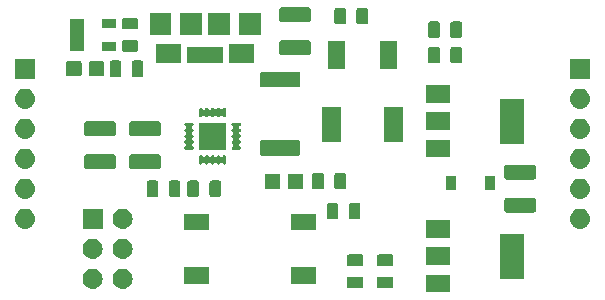
<source format=gbr>
G04 #@! TF.GenerationSoftware,KiCad,Pcbnew,(5.0.1)-3*
G04 #@! TF.CreationDate,2019-12-21T11:02:08-05:00*
G04 #@! TF.ProjectId,BMS Module,424D53204D6F64756C652E6B69636164,rev?*
G04 #@! TF.SameCoordinates,Original*
G04 #@! TF.FileFunction,Soldermask,Top*
G04 #@! TF.FilePolarity,Negative*
%FSLAX46Y46*%
G04 Gerber Fmt 4.6, Leading zero omitted, Abs format (unit mm)*
G04 Created by KiCad (PCBNEW (5.0.1)-3) date 12/21/2019 11:02:08 AM*
%MOMM*%
%LPD*%
G01*
G04 APERTURE LIST*
%ADD10C,0.100000*%
G04 APERTURE END LIST*
D10*
G36*
X135010000Y-96395000D02*
X133010000Y-96395000D01*
X133010000Y-94895000D01*
X135010000Y-94895000D01*
X135010000Y-96395000D01*
X135010000Y-96395000D01*
G37*
G36*
X107481630Y-94412299D02*
X107641855Y-94460903D01*
X107789520Y-94539831D01*
X107918949Y-94646051D01*
X108025169Y-94775480D01*
X108104097Y-94923145D01*
X108152701Y-95083370D01*
X108169112Y-95250000D01*
X108152701Y-95416630D01*
X108104097Y-95576855D01*
X108025169Y-95724520D01*
X107918949Y-95853949D01*
X107789520Y-95960169D01*
X107641855Y-96039097D01*
X107481630Y-96087701D01*
X107356752Y-96100000D01*
X107273248Y-96100000D01*
X107148370Y-96087701D01*
X106988145Y-96039097D01*
X106840480Y-95960169D01*
X106711051Y-95853949D01*
X106604831Y-95724520D01*
X106525903Y-95576855D01*
X106477299Y-95416630D01*
X106460888Y-95250000D01*
X106477299Y-95083370D01*
X106525903Y-94923145D01*
X106604831Y-94775480D01*
X106711051Y-94646051D01*
X106840480Y-94539831D01*
X106988145Y-94460903D01*
X107148370Y-94412299D01*
X107273248Y-94400000D01*
X107356752Y-94400000D01*
X107481630Y-94412299D01*
X107481630Y-94412299D01*
G37*
G36*
X104941630Y-94412299D02*
X105101855Y-94460903D01*
X105249520Y-94539831D01*
X105378949Y-94646051D01*
X105485169Y-94775480D01*
X105564097Y-94923145D01*
X105612701Y-95083370D01*
X105629112Y-95250000D01*
X105612701Y-95416630D01*
X105564097Y-95576855D01*
X105485169Y-95724520D01*
X105378949Y-95853949D01*
X105249520Y-95960169D01*
X105101855Y-96039097D01*
X104941630Y-96087701D01*
X104816752Y-96100000D01*
X104733248Y-96100000D01*
X104608370Y-96087701D01*
X104448145Y-96039097D01*
X104300480Y-95960169D01*
X104171051Y-95853949D01*
X104064831Y-95724520D01*
X103985903Y-95576855D01*
X103937299Y-95416630D01*
X103920888Y-95250000D01*
X103937299Y-95083370D01*
X103985903Y-94923145D01*
X104064831Y-94775480D01*
X104171051Y-94646051D01*
X104300480Y-94539831D01*
X104448145Y-94460903D01*
X104608370Y-94412299D01*
X104733248Y-94400000D01*
X104816752Y-94400000D01*
X104941630Y-94412299D01*
X104941630Y-94412299D01*
G37*
G36*
X127553992Y-95069076D02*
X127587883Y-95079357D01*
X127619111Y-95096048D01*
X127646485Y-95118515D01*
X127668952Y-95145889D01*
X127685643Y-95177117D01*
X127695924Y-95211008D01*
X127700000Y-95252391D01*
X127700000Y-95852609D01*
X127695924Y-95893992D01*
X127685643Y-95927883D01*
X127668952Y-95959111D01*
X127646485Y-95986485D01*
X127619111Y-96008952D01*
X127587883Y-96025643D01*
X127553992Y-96035924D01*
X127512609Y-96040000D01*
X126487391Y-96040000D01*
X126446008Y-96035924D01*
X126412117Y-96025643D01*
X126380889Y-96008952D01*
X126353515Y-95986485D01*
X126331048Y-95959111D01*
X126314357Y-95927883D01*
X126304076Y-95893992D01*
X126300000Y-95852609D01*
X126300000Y-95252391D01*
X126304076Y-95211008D01*
X126314357Y-95177117D01*
X126331048Y-95145889D01*
X126353515Y-95118515D01*
X126380889Y-95096048D01*
X126412117Y-95079357D01*
X126446008Y-95069076D01*
X126487391Y-95065000D01*
X127512609Y-95065000D01*
X127553992Y-95069076D01*
X127553992Y-95069076D01*
G37*
G36*
X130093992Y-95069076D02*
X130127883Y-95079357D01*
X130159111Y-95096048D01*
X130186485Y-95118515D01*
X130208952Y-95145889D01*
X130225643Y-95177117D01*
X130235924Y-95211008D01*
X130240000Y-95252391D01*
X130240000Y-95852609D01*
X130235924Y-95893992D01*
X130225643Y-95927883D01*
X130208952Y-95959111D01*
X130186485Y-95986485D01*
X130159111Y-96008952D01*
X130127883Y-96025643D01*
X130093992Y-96035924D01*
X130052609Y-96040000D01*
X129027391Y-96040000D01*
X128986008Y-96035924D01*
X128952117Y-96025643D01*
X128920889Y-96008952D01*
X128893515Y-95986485D01*
X128871048Y-95959111D01*
X128854357Y-95927883D01*
X128844076Y-95893992D01*
X128840000Y-95852609D01*
X128840000Y-95252391D01*
X128844076Y-95211008D01*
X128854357Y-95177117D01*
X128871048Y-95145889D01*
X128893515Y-95118515D01*
X128920889Y-95096048D01*
X128952117Y-95079357D01*
X128986008Y-95069076D01*
X129027391Y-95065000D01*
X130052609Y-95065000D01*
X130093992Y-95069076D01*
X130093992Y-95069076D01*
G37*
G36*
X114610000Y-95660000D02*
X112510000Y-95660000D01*
X112510000Y-94260000D01*
X114610000Y-94260000D01*
X114610000Y-95660000D01*
X114610000Y-95660000D01*
G37*
G36*
X123710000Y-95660000D02*
X121610000Y-95660000D01*
X121610000Y-94260000D01*
X123710000Y-94260000D01*
X123710000Y-95660000D01*
X123710000Y-95660000D01*
G37*
G36*
X141310000Y-95245000D02*
X139310000Y-95245000D01*
X139310000Y-91445000D01*
X141310000Y-91445000D01*
X141310000Y-95245000D01*
X141310000Y-95245000D01*
G37*
G36*
X130093992Y-93194076D02*
X130127883Y-93204357D01*
X130159111Y-93221048D01*
X130186485Y-93243515D01*
X130208952Y-93270889D01*
X130225643Y-93302117D01*
X130235924Y-93336008D01*
X130240000Y-93377391D01*
X130240000Y-93977609D01*
X130235924Y-94018992D01*
X130225643Y-94052883D01*
X130208952Y-94084111D01*
X130186485Y-94111485D01*
X130159111Y-94133952D01*
X130127883Y-94150643D01*
X130093992Y-94160924D01*
X130052609Y-94165000D01*
X129027391Y-94165000D01*
X128986008Y-94160924D01*
X128952117Y-94150643D01*
X128920889Y-94133952D01*
X128893515Y-94111485D01*
X128871048Y-94084111D01*
X128854357Y-94052883D01*
X128844076Y-94018992D01*
X128840000Y-93977609D01*
X128840000Y-93377391D01*
X128844076Y-93336008D01*
X128854357Y-93302117D01*
X128871048Y-93270889D01*
X128893515Y-93243515D01*
X128920889Y-93221048D01*
X128952117Y-93204357D01*
X128986008Y-93194076D01*
X129027391Y-93190000D01*
X130052609Y-93190000D01*
X130093992Y-93194076D01*
X130093992Y-93194076D01*
G37*
G36*
X127553992Y-93194076D02*
X127587883Y-93204357D01*
X127619111Y-93221048D01*
X127646485Y-93243515D01*
X127668952Y-93270889D01*
X127685643Y-93302117D01*
X127695924Y-93336008D01*
X127700000Y-93377391D01*
X127700000Y-93977609D01*
X127695924Y-94018992D01*
X127685643Y-94052883D01*
X127668952Y-94084111D01*
X127646485Y-94111485D01*
X127619111Y-94133952D01*
X127587883Y-94150643D01*
X127553992Y-94160924D01*
X127512609Y-94165000D01*
X126487391Y-94165000D01*
X126446008Y-94160924D01*
X126412117Y-94150643D01*
X126380889Y-94133952D01*
X126353515Y-94111485D01*
X126331048Y-94084111D01*
X126314357Y-94052883D01*
X126304076Y-94018992D01*
X126300000Y-93977609D01*
X126300000Y-93377391D01*
X126304076Y-93336008D01*
X126314357Y-93302117D01*
X126331048Y-93270889D01*
X126353515Y-93243515D01*
X126380889Y-93221048D01*
X126412117Y-93204357D01*
X126446008Y-93194076D01*
X126487391Y-93190000D01*
X127512609Y-93190000D01*
X127553992Y-93194076D01*
X127553992Y-93194076D01*
G37*
G36*
X135010000Y-94095000D02*
X133010000Y-94095000D01*
X133010000Y-92595000D01*
X135010000Y-92595000D01*
X135010000Y-94095000D01*
X135010000Y-94095000D01*
G37*
G36*
X104941630Y-91872299D02*
X105101855Y-91920903D01*
X105249520Y-91999831D01*
X105378949Y-92106051D01*
X105485169Y-92235480D01*
X105564097Y-92383145D01*
X105612701Y-92543370D01*
X105629112Y-92710000D01*
X105612701Y-92876630D01*
X105564097Y-93036855D01*
X105485169Y-93184520D01*
X105378949Y-93313949D01*
X105249520Y-93420169D01*
X105101855Y-93499097D01*
X104941630Y-93547701D01*
X104816752Y-93560000D01*
X104733248Y-93560000D01*
X104608370Y-93547701D01*
X104448145Y-93499097D01*
X104300480Y-93420169D01*
X104171051Y-93313949D01*
X104064831Y-93184520D01*
X103985903Y-93036855D01*
X103937299Y-92876630D01*
X103920888Y-92710000D01*
X103937299Y-92543370D01*
X103985903Y-92383145D01*
X104064831Y-92235480D01*
X104171051Y-92106051D01*
X104300480Y-91999831D01*
X104448145Y-91920903D01*
X104608370Y-91872299D01*
X104733248Y-91860000D01*
X104816752Y-91860000D01*
X104941630Y-91872299D01*
X104941630Y-91872299D01*
G37*
G36*
X107481630Y-91872299D02*
X107641855Y-91920903D01*
X107789520Y-91999831D01*
X107918949Y-92106051D01*
X108025169Y-92235480D01*
X108104097Y-92383145D01*
X108152701Y-92543370D01*
X108169112Y-92710000D01*
X108152701Y-92876630D01*
X108104097Y-93036855D01*
X108025169Y-93184520D01*
X107918949Y-93313949D01*
X107789520Y-93420169D01*
X107641855Y-93499097D01*
X107481630Y-93547701D01*
X107356752Y-93560000D01*
X107273248Y-93560000D01*
X107148370Y-93547701D01*
X106988145Y-93499097D01*
X106840480Y-93420169D01*
X106711051Y-93313949D01*
X106604831Y-93184520D01*
X106525903Y-93036855D01*
X106477299Y-92876630D01*
X106460888Y-92710000D01*
X106477299Y-92543370D01*
X106525903Y-92383145D01*
X106604831Y-92235480D01*
X106711051Y-92106051D01*
X106840480Y-91999831D01*
X106988145Y-91920903D01*
X107148370Y-91872299D01*
X107273248Y-91860000D01*
X107356752Y-91860000D01*
X107481630Y-91872299D01*
X107481630Y-91872299D01*
G37*
G36*
X135010000Y-91795000D02*
X133010000Y-91795000D01*
X133010000Y-90295000D01*
X135010000Y-90295000D01*
X135010000Y-91795000D01*
X135010000Y-91795000D01*
G37*
G36*
X114610000Y-91160000D02*
X112510000Y-91160000D01*
X112510000Y-89760000D01*
X114610000Y-89760000D01*
X114610000Y-91160000D01*
X114610000Y-91160000D01*
G37*
G36*
X123710000Y-91160000D02*
X121610000Y-91160000D01*
X121610000Y-89760000D01*
X123710000Y-89760000D01*
X123710000Y-91160000D01*
X123710000Y-91160000D01*
G37*
G36*
X99226630Y-89332299D02*
X99386855Y-89380903D01*
X99534520Y-89459831D01*
X99663949Y-89566051D01*
X99770169Y-89695480D01*
X99849097Y-89843145D01*
X99897701Y-90003370D01*
X99914112Y-90170000D01*
X99897701Y-90336630D01*
X99849097Y-90496855D01*
X99770169Y-90644520D01*
X99663949Y-90773949D01*
X99534520Y-90880169D01*
X99386855Y-90959097D01*
X99226630Y-91007701D01*
X99101752Y-91020000D01*
X99018248Y-91020000D01*
X98893370Y-91007701D01*
X98733145Y-90959097D01*
X98585480Y-90880169D01*
X98456051Y-90773949D01*
X98349831Y-90644520D01*
X98270903Y-90496855D01*
X98222299Y-90336630D01*
X98205888Y-90170000D01*
X98222299Y-90003370D01*
X98270903Y-89843145D01*
X98349831Y-89695480D01*
X98456051Y-89566051D01*
X98585480Y-89459831D01*
X98733145Y-89380903D01*
X98893370Y-89332299D01*
X99018248Y-89320000D01*
X99101752Y-89320000D01*
X99226630Y-89332299D01*
X99226630Y-89332299D01*
G37*
G36*
X146216630Y-89332299D02*
X146376855Y-89380903D01*
X146524520Y-89459831D01*
X146653949Y-89566051D01*
X146760169Y-89695480D01*
X146839097Y-89843145D01*
X146887701Y-90003370D01*
X146904112Y-90170000D01*
X146887701Y-90336630D01*
X146839097Y-90496855D01*
X146760169Y-90644520D01*
X146653949Y-90773949D01*
X146524520Y-90880169D01*
X146376855Y-90959097D01*
X146216630Y-91007701D01*
X146091752Y-91020000D01*
X146008248Y-91020000D01*
X145883370Y-91007701D01*
X145723145Y-90959097D01*
X145575480Y-90880169D01*
X145446051Y-90773949D01*
X145339831Y-90644520D01*
X145260903Y-90496855D01*
X145212299Y-90336630D01*
X145195888Y-90170000D01*
X145212299Y-90003370D01*
X145260903Y-89843145D01*
X145339831Y-89695480D01*
X145446051Y-89566051D01*
X145575480Y-89459831D01*
X145723145Y-89380903D01*
X145883370Y-89332299D01*
X146008248Y-89320000D01*
X146091752Y-89320000D01*
X146216630Y-89332299D01*
X146216630Y-89332299D01*
G37*
G36*
X107481630Y-89332299D02*
X107641855Y-89380903D01*
X107789520Y-89459831D01*
X107918949Y-89566051D01*
X108025169Y-89695480D01*
X108104097Y-89843145D01*
X108152701Y-90003370D01*
X108169112Y-90170000D01*
X108152701Y-90336630D01*
X108104097Y-90496855D01*
X108025169Y-90644520D01*
X107918949Y-90773949D01*
X107789520Y-90880169D01*
X107641855Y-90959097D01*
X107481630Y-91007701D01*
X107356752Y-91020000D01*
X107273248Y-91020000D01*
X107148370Y-91007701D01*
X106988145Y-90959097D01*
X106840480Y-90880169D01*
X106711051Y-90773949D01*
X106604831Y-90644520D01*
X106525903Y-90496855D01*
X106477299Y-90336630D01*
X106460888Y-90170000D01*
X106477299Y-90003370D01*
X106525903Y-89843145D01*
X106604831Y-89695480D01*
X106711051Y-89566051D01*
X106840480Y-89459831D01*
X106988145Y-89380903D01*
X107148370Y-89332299D01*
X107273248Y-89320000D01*
X107356752Y-89320000D01*
X107481630Y-89332299D01*
X107481630Y-89332299D01*
G37*
G36*
X105625000Y-91020000D02*
X103925000Y-91020000D01*
X103925000Y-89320000D01*
X105625000Y-89320000D01*
X105625000Y-91020000D01*
X105625000Y-91020000D01*
G37*
G36*
X127311492Y-88839076D02*
X127345383Y-88849357D01*
X127376611Y-88866048D01*
X127403985Y-88888515D01*
X127426452Y-88915889D01*
X127443143Y-88947117D01*
X127453424Y-88981008D01*
X127457500Y-89022391D01*
X127457500Y-90047609D01*
X127453424Y-90088992D01*
X127443143Y-90122883D01*
X127426452Y-90154111D01*
X127403985Y-90181485D01*
X127376611Y-90203952D01*
X127345383Y-90220643D01*
X127311492Y-90230924D01*
X127270109Y-90235000D01*
X126669891Y-90235000D01*
X126628508Y-90230924D01*
X126594617Y-90220643D01*
X126563389Y-90203952D01*
X126536015Y-90181485D01*
X126513548Y-90154111D01*
X126496857Y-90122883D01*
X126486576Y-90088992D01*
X126482500Y-90047609D01*
X126482500Y-89022391D01*
X126486576Y-88981008D01*
X126496857Y-88947117D01*
X126513548Y-88915889D01*
X126536015Y-88888515D01*
X126563389Y-88866048D01*
X126594617Y-88849357D01*
X126628508Y-88839076D01*
X126669891Y-88835000D01*
X127270109Y-88835000D01*
X127311492Y-88839076D01*
X127311492Y-88839076D01*
G37*
G36*
X125436492Y-88839076D02*
X125470383Y-88849357D01*
X125501611Y-88866048D01*
X125528985Y-88888515D01*
X125551452Y-88915889D01*
X125568143Y-88947117D01*
X125578424Y-88981008D01*
X125582500Y-89022391D01*
X125582500Y-90047609D01*
X125578424Y-90088992D01*
X125568143Y-90122883D01*
X125551452Y-90154111D01*
X125528985Y-90181485D01*
X125501611Y-90203952D01*
X125470383Y-90220643D01*
X125436492Y-90230924D01*
X125395109Y-90235000D01*
X124794891Y-90235000D01*
X124753508Y-90230924D01*
X124719617Y-90220643D01*
X124688389Y-90203952D01*
X124661015Y-90181485D01*
X124638548Y-90154111D01*
X124621857Y-90122883D01*
X124611576Y-90088992D01*
X124607500Y-90047609D01*
X124607500Y-89022391D01*
X124611576Y-88981008D01*
X124621857Y-88947117D01*
X124638548Y-88915889D01*
X124661015Y-88888515D01*
X124688389Y-88866048D01*
X124719617Y-88849357D01*
X124753508Y-88839076D01*
X124794891Y-88835000D01*
X125395109Y-88835000D01*
X125436492Y-88839076D01*
X125436492Y-88839076D01*
G37*
G36*
X142154024Y-88408955D02*
X142186736Y-88418879D01*
X142216890Y-88434997D01*
X142243316Y-88456684D01*
X142265003Y-88483110D01*
X142281121Y-88513264D01*
X142291045Y-88545976D01*
X142295000Y-88586138D01*
X142295000Y-89473862D01*
X142291045Y-89514024D01*
X142281121Y-89546736D01*
X142265003Y-89576890D01*
X142243316Y-89603316D01*
X142216890Y-89625003D01*
X142186736Y-89641121D01*
X142154024Y-89651045D01*
X142113862Y-89655000D01*
X139826138Y-89655000D01*
X139785976Y-89651045D01*
X139753264Y-89641121D01*
X139723110Y-89625003D01*
X139696684Y-89603316D01*
X139674997Y-89576890D01*
X139658879Y-89546736D01*
X139648955Y-89514024D01*
X139645000Y-89473862D01*
X139645000Y-88586138D01*
X139648955Y-88545976D01*
X139658879Y-88513264D01*
X139674997Y-88483110D01*
X139696684Y-88456684D01*
X139723110Y-88434997D01*
X139753264Y-88418879D01*
X139785976Y-88408955D01*
X139826138Y-88405000D01*
X142113862Y-88405000D01*
X142154024Y-88408955D01*
X142154024Y-88408955D01*
G37*
G36*
X99226630Y-86792299D02*
X99386855Y-86840903D01*
X99534520Y-86919831D01*
X99663949Y-87026051D01*
X99770169Y-87155480D01*
X99849097Y-87303145D01*
X99897701Y-87463370D01*
X99914112Y-87630000D01*
X99897701Y-87796630D01*
X99849097Y-87956855D01*
X99770169Y-88104520D01*
X99663949Y-88233949D01*
X99534520Y-88340169D01*
X99386855Y-88419097D01*
X99226630Y-88467701D01*
X99101752Y-88480000D01*
X99018248Y-88480000D01*
X98893370Y-88467701D01*
X98733145Y-88419097D01*
X98585480Y-88340169D01*
X98456051Y-88233949D01*
X98349831Y-88104520D01*
X98270903Y-87956855D01*
X98222299Y-87796630D01*
X98205888Y-87630000D01*
X98222299Y-87463370D01*
X98270903Y-87303145D01*
X98349831Y-87155480D01*
X98456051Y-87026051D01*
X98585480Y-86919831D01*
X98733145Y-86840903D01*
X98893370Y-86792299D01*
X99018248Y-86780000D01*
X99101752Y-86780000D01*
X99226630Y-86792299D01*
X99226630Y-86792299D01*
G37*
G36*
X146216630Y-86792299D02*
X146376855Y-86840903D01*
X146524520Y-86919831D01*
X146653949Y-87026051D01*
X146760169Y-87155480D01*
X146839097Y-87303145D01*
X146887701Y-87463370D01*
X146904112Y-87630000D01*
X146887701Y-87796630D01*
X146839097Y-87956855D01*
X146760169Y-88104520D01*
X146653949Y-88233949D01*
X146524520Y-88340169D01*
X146376855Y-88419097D01*
X146216630Y-88467701D01*
X146091752Y-88480000D01*
X146008248Y-88480000D01*
X145883370Y-88467701D01*
X145723145Y-88419097D01*
X145575480Y-88340169D01*
X145446051Y-88233949D01*
X145339831Y-88104520D01*
X145260903Y-87956855D01*
X145212299Y-87796630D01*
X145195888Y-87630000D01*
X145212299Y-87463370D01*
X145260903Y-87303145D01*
X145339831Y-87155480D01*
X145446051Y-87026051D01*
X145575480Y-86919831D01*
X145723145Y-86840903D01*
X145883370Y-86792299D01*
X146008248Y-86780000D01*
X146091752Y-86780000D01*
X146216630Y-86792299D01*
X146216630Y-86792299D01*
G37*
G36*
X113625492Y-86934076D02*
X113659383Y-86944357D01*
X113690611Y-86961048D01*
X113717985Y-86983515D01*
X113740452Y-87010889D01*
X113757143Y-87042117D01*
X113767424Y-87076008D01*
X113771500Y-87117391D01*
X113771500Y-88142609D01*
X113767424Y-88183992D01*
X113757143Y-88217883D01*
X113740452Y-88249111D01*
X113717985Y-88276485D01*
X113690611Y-88298952D01*
X113659383Y-88315643D01*
X113625492Y-88325924D01*
X113584109Y-88330000D01*
X112983891Y-88330000D01*
X112942508Y-88325924D01*
X112908617Y-88315643D01*
X112877389Y-88298952D01*
X112850015Y-88276485D01*
X112827548Y-88249111D01*
X112810857Y-88217883D01*
X112800576Y-88183992D01*
X112796500Y-88142609D01*
X112796500Y-87117391D01*
X112800576Y-87076008D01*
X112810857Y-87042117D01*
X112827548Y-87010889D01*
X112850015Y-86983515D01*
X112877389Y-86961048D01*
X112908617Y-86944357D01*
X112942508Y-86934076D01*
X112983891Y-86930000D01*
X113584109Y-86930000D01*
X113625492Y-86934076D01*
X113625492Y-86934076D01*
G37*
G36*
X112071492Y-86934076D02*
X112105383Y-86944357D01*
X112136611Y-86961048D01*
X112163985Y-86983515D01*
X112186452Y-87010889D01*
X112203143Y-87042117D01*
X112213424Y-87076008D01*
X112217500Y-87117391D01*
X112217500Y-88142609D01*
X112213424Y-88183992D01*
X112203143Y-88217883D01*
X112186452Y-88249111D01*
X112163985Y-88276485D01*
X112136611Y-88298952D01*
X112105383Y-88315643D01*
X112071492Y-88325924D01*
X112030109Y-88330000D01*
X111429891Y-88330000D01*
X111388508Y-88325924D01*
X111354617Y-88315643D01*
X111323389Y-88298952D01*
X111296015Y-88276485D01*
X111273548Y-88249111D01*
X111256857Y-88217883D01*
X111246576Y-88183992D01*
X111242500Y-88142609D01*
X111242500Y-87117391D01*
X111246576Y-87076008D01*
X111256857Y-87042117D01*
X111273548Y-87010889D01*
X111296015Y-86983515D01*
X111323389Y-86961048D01*
X111354617Y-86944357D01*
X111388508Y-86934076D01*
X111429891Y-86930000D01*
X112030109Y-86930000D01*
X112071492Y-86934076D01*
X112071492Y-86934076D01*
G37*
G36*
X115500492Y-86934076D02*
X115534383Y-86944357D01*
X115565611Y-86961048D01*
X115592985Y-86983515D01*
X115615452Y-87010889D01*
X115632143Y-87042117D01*
X115642424Y-87076008D01*
X115646500Y-87117391D01*
X115646500Y-88142609D01*
X115642424Y-88183992D01*
X115632143Y-88217883D01*
X115615452Y-88249111D01*
X115592985Y-88276485D01*
X115565611Y-88298952D01*
X115534383Y-88315643D01*
X115500492Y-88325924D01*
X115459109Y-88330000D01*
X114858891Y-88330000D01*
X114817508Y-88325924D01*
X114783617Y-88315643D01*
X114752389Y-88298952D01*
X114725015Y-88276485D01*
X114702548Y-88249111D01*
X114685857Y-88217883D01*
X114675576Y-88183992D01*
X114671500Y-88142609D01*
X114671500Y-87117391D01*
X114675576Y-87076008D01*
X114685857Y-87042117D01*
X114702548Y-87010889D01*
X114725015Y-86983515D01*
X114752389Y-86961048D01*
X114783617Y-86944357D01*
X114817508Y-86934076D01*
X114858891Y-86930000D01*
X115459109Y-86930000D01*
X115500492Y-86934076D01*
X115500492Y-86934076D01*
G37*
G36*
X110196492Y-86934076D02*
X110230383Y-86944357D01*
X110261611Y-86961048D01*
X110288985Y-86983515D01*
X110311452Y-87010889D01*
X110328143Y-87042117D01*
X110338424Y-87076008D01*
X110342500Y-87117391D01*
X110342500Y-88142609D01*
X110338424Y-88183992D01*
X110328143Y-88217883D01*
X110311452Y-88249111D01*
X110288985Y-88276485D01*
X110261611Y-88298952D01*
X110230383Y-88315643D01*
X110196492Y-88325924D01*
X110155109Y-88330000D01*
X109554891Y-88330000D01*
X109513508Y-88325924D01*
X109479617Y-88315643D01*
X109448389Y-88298952D01*
X109421015Y-88276485D01*
X109398548Y-88249111D01*
X109381857Y-88217883D01*
X109371576Y-88183992D01*
X109367500Y-88142609D01*
X109367500Y-87117391D01*
X109371576Y-87076008D01*
X109381857Y-87042117D01*
X109398548Y-87010889D01*
X109421015Y-86983515D01*
X109448389Y-86961048D01*
X109479617Y-86944357D01*
X109513508Y-86934076D01*
X109554891Y-86930000D01*
X110155109Y-86930000D01*
X110196492Y-86934076D01*
X110196492Y-86934076D01*
G37*
G36*
X138879000Y-87722000D02*
X137979000Y-87722000D01*
X137979000Y-86522000D01*
X138879000Y-86522000D01*
X138879000Y-87722000D01*
X138879000Y-87722000D01*
G37*
G36*
X135579000Y-87722000D02*
X134679000Y-87722000D01*
X134679000Y-86522000D01*
X135579000Y-86522000D01*
X135579000Y-87722000D01*
X135579000Y-87722000D01*
G37*
G36*
X126071492Y-86299076D02*
X126105383Y-86309357D01*
X126136611Y-86326048D01*
X126163985Y-86348515D01*
X126186452Y-86375889D01*
X126203143Y-86407117D01*
X126213424Y-86441008D01*
X126217500Y-86482391D01*
X126217500Y-87507609D01*
X126213424Y-87548992D01*
X126203143Y-87582883D01*
X126186452Y-87614111D01*
X126163985Y-87641485D01*
X126136611Y-87663952D01*
X126105383Y-87680643D01*
X126071492Y-87690924D01*
X126030109Y-87695000D01*
X125429891Y-87695000D01*
X125388508Y-87690924D01*
X125354617Y-87680643D01*
X125323389Y-87663952D01*
X125296015Y-87641485D01*
X125273548Y-87614111D01*
X125256857Y-87582883D01*
X125246576Y-87548992D01*
X125242500Y-87507609D01*
X125242500Y-86482391D01*
X125246576Y-86441008D01*
X125256857Y-86407117D01*
X125273548Y-86375889D01*
X125296015Y-86348515D01*
X125323389Y-86326048D01*
X125354617Y-86309357D01*
X125388508Y-86299076D01*
X125429891Y-86295000D01*
X126030109Y-86295000D01*
X126071492Y-86299076D01*
X126071492Y-86299076D01*
G37*
G36*
X124196492Y-86299076D02*
X124230383Y-86309357D01*
X124261611Y-86326048D01*
X124288985Y-86348515D01*
X124311452Y-86375889D01*
X124328143Y-86407117D01*
X124338424Y-86441008D01*
X124342500Y-86482391D01*
X124342500Y-87507609D01*
X124338424Y-87548992D01*
X124328143Y-87582883D01*
X124311452Y-87614111D01*
X124288985Y-87641485D01*
X124261611Y-87663952D01*
X124230383Y-87680643D01*
X124196492Y-87690924D01*
X124155109Y-87695000D01*
X123554891Y-87695000D01*
X123513508Y-87690924D01*
X123479617Y-87680643D01*
X123448389Y-87663952D01*
X123421015Y-87641485D01*
X123398548Y-87614111D01*
X123381857Y-87582883D01*
X123371576Y-87548992D01*
X123367500Y-87507609D01*
X123367500Y-86482391D01*
X123371576Y-86441008D01*
X123381857Y-86407117D01*
X123398548Y-86375889D01*
X123421015Y-86348515D01*
X123448389Y-86326048D01*
X123479617Y-86309357D01*
X123513508Y-86299076D01*
X123554891Y-86295000D01*
X124155109Y-86295000D01*
X124196492Y-86299076D01*
X124196492Y-86299076D01*
G37*
G36*
X122463070Y-86348918D02*
X122495422Y-86358733D01*
X122525244Y-86374672D01*
X122551379Y-86396121D01*
X122572828Y-86422256D01*
X122588767Y-86452078D01*
X122598582Y-86484430D01*
X122602500Y-86524215D01*
X122602500Y-87465785D01*
X122598582Y-87505570D01*
X122588767Y-87537922D01*
X122572828Y-87567744D01*
X122551379Y-87593879D01*
X122525244Y-87615328D01*
X122495422Y-87631267D01*
X122463070Y-87641082D01*
X122423285Y-87645000D01*
X121456715Y-87645000D01*
X121416930Y-87641082D01*
X121384578Y-87631267D01*
X121354756Y-87615328D01*
X121328621Y-87593879D01*
X121307172Y-87567744D01*
X121291233Y-87537922D01*
X121281418Y-87505570D01*
X121277500Y-87465785D01*
X121277500Y-86524215D01*
X121281418Y-86484430D01*
X121291233Y-86452078D01*
X121307172Y-86422256D01*
X121328621Y-86396121D01*
X121354756Y-86374672D01*
X121384578Y-86358733D01*
X121416930Y-86348918D01*
X121456715Y-86345000D01*
X122423285Y-86345000D01*
X122463070Y-86348918D01*
X122463070Y-86348918D01*
G37*
G36*
X120538070Y-86348918D02*
X120570422Y-86358733D01*
X120600244Y-86374672D01*
X120626379Y-86396121D01*
X120647828Y-86422256D01*
X120663767Y-86452078D01*
X120673582Y-86484430D01*
X120677500Y-86524215D01*
X120677500Y-87465785D01*
X120673582Y-87505570D01*
X120663767Y-87537922D01*
X120647828Y-87567744D01*
X120626379Y-87593879D01*
X120600244Y-87615328D01*
X120570422Y-87631267D01*
X120538070Y-87641082D01*
X120498285Y-87645000D01*
X119531715Y-87645000D01*
X119491930Y-87641082D01*
X119459578Y-87631267D01*
X119429756Y-87615328D01*
X119403621Y-87593879D01*
X119382172Y-87567744D01*
X119366233Y-87537922D01*
X119356418Y-87505570D01*
X119352500Y-87465785D01*
X119352500Y-86524215D01*
X119356418Y-86484430D01*
X119366233Y-86452078D01*
X119382172Y-86422256D01*
X119403621Y-86396121D01*
X119429756Y-86374672D01*
X119459578Y-86358733D01*
X119491930Y-86348918D01*
X119531715Y-86345000D01*
X120498285Y-86345000D01*
X120538070Y-86348918D01*
X120538070Y-86348918D01*
G37*
G36*
X142154024Y-85608955D02*
X142186736Y-85618879D01*
X142216890Y-85634997D01*
X142243316Y-85656684D01*
X142265003Y-85683110D01*
X142281121Y-85713264D01*
X142291045Y-85745976D01*
X142295000Y-85786138D01*
X142295000Y-86673862D01*
X142291045Y-86714024D01*
X142281121Y-86746736D01*
X142265003Y-86776890D01*
X142243316Y-86803316D01*
X142216890Y-86825003D01*
X142186736Y-86841121D01*
X142154024Y-86851045D01*
X142113862Y-86855000D01*
X139826138Y-86855000D01*
X139785976Y-86851045D01*
X139753264Y-86841121D01*
X139723110Y-86825003D01*
X139696684Y-86803316D01*
X139674997Y-86776890D01*
X139658879Y-86746736D01*
X139648955Y-86714024D01*
X139645000Y-86673862D01*
X139645000Y-85786138D01*
X139648955Y-85745976D01*
X139658879Y-85713264D01*
X139674997Y-85683110D01*
X139696684Y-85656684D01*
X139723110Y-85634997D01*
X139753264Y-85618879D01*
X139785976Y-85608955D01*
X139826138Y-85605000D01*
X142113862Y-85605000D01*
X142154024Y-85608955D01*
X142154024Y-85608955D01*
G37*
G36*
X106594024Y-84728955D02*
X106626736Y-84738879D01*
X106656890Y-84754997D01*
X106683316Y-84776684D01*
X106705003Y-84803110D01*
X106721121Y-84833264D01*
X106731045Y-84865976D01*
X106735000Y-84906138D01*
X106735000Y-85793862D01*
X106731045Y-85834024D01*
X106721121Y-85866736D01*
X106705003Y-85896890D01*
X106683316Y-85923316D01*
X106656890Y-85945003D01*
X106626736Y-85961121D01*
X106594024Y-85971045D01*
X106553862Y-85975000D01*
X104266138Y-85975000D01*
X104225976Y-85971045D01*
X104193264Y-85961121D01*
X104163110Y-85945003D01*
X104136684Y-85923316D01*
X104114997Y-85896890D01*
X104098879Y-85866736D01*
X104088955Y-85834024D01*
X104085000Y-85793862D01*
X104085000Y-84906138D01*
X104088955Y-84865976D01*
X104098879Y-84833264D01*
X104114997Y-84803110D01*
X104136684Y-84776684D01*
X104163110Y-84754997D01*
X104193264Y-84738879D01*
X104225976Y-84728955D01*
X104266138Y-84725000D01*
X106553862Y-84725000D01*
X106594024Y-84728955D01*
X106594024Y-84728955D01*
G37*
G36*
X110404024Y-84728955D02*
X110436736Y-84738879D01*
X110466890Y-84754997D01*
X110493316Y-84776684D01*
X110515003Y-84803110D01*
X110531121Y-84833264D01*
X110541045Y-84865976D01*
X110545000Y-84906138D01*
X110545000Y-85793862D01*
X110541045Y-85834024D01*
X110531121Y-85866736D01*
X110515003Y-85896890D01*
X110493316Y-85923316D01*
X110466890Y-85945003D01*
X110436736Y-85961121D01*
X110404024Y-85971045D01*
X110363862Y-85975000D01*
X108076138Y-85975000D01*
X108035976Y-85971045D01*
X108003264Y-85961121D01*
X107973110Y-85945003D01*
X107946684Y-85923316D01*
X107924997Y-85896890D01*
X107908879Y-85866736D01*
X107898955Y-85834024D01*
X107895000Y-85793862D01*
X107895000Y-84906138D01*
X107898955Y-84865976D01*
X107908879Y-84833264D01*
X107924997Y-84803110D01*
X107946684Y-84776684D01*
X107973110Y-84754997D01*
X108003264Y-84738879D01*
X108035976Y-84728955D01*
X108076138Y-84725000D01*
X110363862Y-84725000D01*
X110404024Y-84728955D01*
X110404024Y-84728955D01*
G37*
G36*
X99226630Y-84252299D02*
X99386855Y-84300903D01*
X99534520Y-84379831D01*
X99663949Y-84486051D01*
X99770169Y-84615480D01*
X99849097Y-84763145D01*
X99897701Y-84923370D01*
X99914112Y-85090000D01*
X99897701Y-85256630D01*
X99849097Y-85416855D01*
X99770169Y-85564520D01*
X99663949Y-85693949D01*
X99534520Y-85800169D01*
X99386855Y-85879097D01*
X99226630Y-85927701D01*
X99101752Y-85940000D01*
X99018248Y-85940000D01*
X98893370Y-85927701D01*
X98733145Y-85879097D01*
X98585480Y-85800169D01*
X98456051Y-85693949D01*
X98349831Y-85564520D01*
X98270903Y-85416855D01*
X98222299Y-85256630D01*
X98205888Y-85090000D01*
X98222299Y-84923370D01*
X98270903Y-84763145D01*
X98349831Y-84615480D01*
X98456051Y-84486051D01*
X98585480Y-84379831D01*
X98733145Y-84300903D01*
X98893370Y-84252299D01*
X99018248Y-84240000D01*
X99101752Y-84240000D01*
X99226630Y-84252299D01*
X99226630Y-84252299D01*
G37*
G36*
X146216630Y-84252299D02*
X146376855Y-84300903D01*
X146524520Y-84379831D01*
X146653949Y-84486051D01*
X146760169Y-84615480D01*
X146839097Y-84763145D01*
X146887701Y-84923370D01*
X146904112Y-85090000D01*
X146887701Y-85256630D01*
X146839097Y-85416855D01*
X146760169Y-85564520D01*
X146653949Y-85693949D01*
X146524520Y-85800169D01*
X146376855Y-85879097D01*
X146216630Y-85927701D01*
X146091752Y-85940000D01*
X146008248Y-85940000D01*
X145883370Y-85927701D01*
X145723145Y-85879097D01*
X145575480Y-85800169D01*
X145446051Y-85693949D01*
X145339831Y-85564520D01*
X145260903Y-85416855D01*
X145212299Y-85256630D01*
X145195888Y-85090000D01*
X145212299Y-84923370D01*
X145260903Y-84763145D01*
X145339831Y-84615480D01*
X145446051Y-84486051D01*
X145575480Y-84379831D01*
X145723145Y-84300903D01*
X145883370Y-84252299D01*
X146008248Y-84240000D01*
X146091752Y-84240000D01*
X146216630Y-84252299D01*
X146216630Y-84252299D01*
G37*
G36*
X115964404Y-84787171D02*
X115992682Y-84795749D01*
X116018739Y-84809676D01*
X116041579Y-84828421D01*
X116060323Y-84851260D01*
X116074252Y-84877320D01*
X116082829Y-84905595D01*
X116085000Y-84927638D01*
X116085000Y-85442362D01*
X116082829Y-85464405D01*
X116074252Y-85492680D01*
X116060323Y-85518740D01*
X116041579Y-85541579D01*
X116018740Y-85560323D01*
X115992680Y-85574252D01*
X115964405Y-85582829D01*
X115935000Y-85585725D01*
X115905596Y-85582829D01*
X115877321Y-85574252D01*
X115851261Y-85560323D01*
X115828422Y-85541579D01*
X115809680Y-85518742D01*
X115807579Y-85514812D01*
X115795749Y-85492680D01*
X115795748Y-85492677D01*
X115795242Y-85491730D01*
X115781628Y-85471356D01*
X115764301Y-85454028D01*
X115743926Y-85440414D01*
X115721287Y-85431037D01*
X115697254Y-85426256D01*
X115672750Y-85426256D01*
X115648716Y-85431036D01*
X115626077Y-85440413D01*
X115605703Y-85454027D01*
X115588375Y-85471354D01*
X115574762Y-85491728D01*
X115560324Y-85518738D01*
X115541579Y-85541579D01*
X115518740Y-85560323D01*
X115492680Y-85574252D01*
X115464405Y-85582829D01*
X115435000Y-85585725D01*
X115405596Y-85582829D01*
X115377321Y-85574252D01*
X115351261Y-85560323D01*
X115328422Y-85541579D01*
X115309680Y-85518742D01*
X115307579Y-85514812D01*
X115295749Y-85492680D01*
X115295748Y-85492677D01*
X115295242Y-85491730D01*
X115281628Y-85471356D01*
X115264301Y-85454028D01*
X115243926Y-85440414D01*
X115221287Y-85431037D01*
X115197254Y-85426256D01*
X115172750Y-85426256D01*
X115148716Y-85431036D01*
X115126077Y-85440413D01*
X115105703Y-85454027D01*
X115088375Y-85471354D01*
X115074762Y-85491728D01*
X115060324Y-85518738D01*
X115041579Y-85541579D01*
X115018740Y-85560323D01*
X114992680Y-85574252D01*
X114964405Y-85582829D01*
X114935000Y-85585725D01*
X114905596Y-85582829D01*
X114877321Y-85574252D01*
X114851261Y-85560323D01*
X114828422Y-85541579D01*
X114809680Y-85518742D01*
X114807579Y-85514812D01*
X114795749Y-85492680D01*
X114795748Y-85492677D01*
X114795242Y-85491730D01*
X114781628Y-85471356D01*
X114764301Y-85454028D01*
X114743926Y-85440414D01*
X114721287Y-85431037D01*
X114697254Y-85426256D01*
X114672750Y-85426256D01*
X114648716Y-85431036D01*
X114626077Y-85440413D01*
X114605703Y-85454027D01*
X114588375Y-85471354D01*
X114574762Y-85491728D01*
X114560324Y-85518738D01*
X114541579Y-85541579D01*
X114518740Y-85560323D01*
X114492680Y-85574252D01*
X114464405Y-85582829D01*
X114435000Y-85585725D01*
X114405596Y-85582829D01*
X114377321Y-85574252D01*
X114351261Y-85560323D01*
X114328422Y-85541579D01*
X114309680Y-85518742D01*
X114307579Y-85514812D01*
X114295749Y-85492680D01*
X114295748Y-85492677D01*
X114295242Y-85491730D01*
X114281628Y-85471356D01*
X114264301Y-85454028D01*
X114243926Y-85440414D01*
X114221287Y-85431037D01*
X114197254Y-85426256D01*
X114172750Y-85426256D01*
X114148716Y-85431036D01*
X114126077Y-85440413D01*
X114105703Y-85454027D01*
X114088375Y-85471354D01*
X114074762Y-85491728D01*
X114060324Y-85518738D01*
X114041579Y-85541579D01*
X114018740Y-85560323D01*
X113992680Y-85574252D01*
X113964405Y-85582829D01*
X113935000Y-85585725D01*
X113905596Y-85582829D01*
X113877321Y-85574252D01*
X113851261Y-85560323D01*
X113828422Y-85541579D01*
X113809678Y-85518740D01*
X113795749Y-85492680D01*
X113787172Y-85464405D01*
X113785001Y-85442362D01*
X113785000Y-84927639D01*
X113787171Y-84905596D01*
X113795749Y-84877318D01*
X113809676Y-84851261D01*
X113828421Y-84828421D01*
X113851260Y-84809677D01*
X113877320Y-84795748D01*
X113905595Y-84787171D01*
X113935000Y-84784275D01*
X113964404Y-84787171D01*
X113992682Y-84795749D01*
X114018739Y-84809676D01*
X114041579Y-84828421D01*
X114060323Y-84851260D01*
X114074760Y-84878270D01*
X114088374Y-84898645D01*
X114105701Y-84915972D01*
X114126076Y-84929585D01*
X114148715Y-84938963D01*
X114172748Y-84943743D01*
X114197253Y-84943743D01*
X114221286Y-84938962D01*
X114243925Y-84929585D01*
X114264300Y-84915971D01*
X114281627Y-84898644D01*
X114295240Y-84878270D01*
X114309677Y-84851260D01*
X114328421Y-84828421D01*
X114351260Y-84809677D01*
X114377320Y-84795748D01*
X114405595Y-84787171D01*
X114435000Y-84784275D01*
X114464404Y-84787171D01*
X114492682Y-84795749D01*
X114518739Y-84809676D01*
X114541579Y-84828421D01*
X114560323Y-84851260D01*
X114574760Y-84878270D01*
X114588374Y-84898645D01*
X114605701Y-84915972D01*
X114626076Y-84929585D01*
X114648715Y-84938963D01*
X114672748Y-84943743D01*
X114697253Y-84943743D01*
X114721286Y-84938962D01*
X114743925Y-84929585D01*
X114764300Y-84915971D01*
X114781627Y-84898644D01*
X114795240Y-84878270D01*
X114809677Y-84851260D01*
X114828421Y-84828421D01*
X114851260Y-84809677D01*
X114877320Y-84795748D01*
X114905595Y-84787171D01*
X114935000Y-84784275D01*
X114964404Y-84787171D01*
X114992682Y-84795749D01*
X115018739Y-84809676D01*
X115041579Y-84828421D01*
X115060323Y-84851260D01*
X115074760Y-84878270D01*
X115088374Y-84898645D01*
X115105701Y-84915972D01*
X115126076Y-84929585D01*
X115148715Y-84938963D01*
X115172748Y-84943743D01*
X115197253Y-84943743D01*
X115221286Y-84938962D01*
X115243925Y-84929585D01*
X115264300Y-84915971D01*
X115281627Y-84898644D01*
X115295240Y-84878270D01*
X115309677Y-84851260D01*
X115328421Y-84828421D01*
X115351260Y-84809677D01*
X115377320Y-84795748D01*
X115405595Y-84787171D01*
X115435000Y-84784275D01*
X115464404Y-84787171D01*
X115492682Y-84795749D01*
X115518739Y-84809676D01*
X115541579Y-84828421D01*
X115560323Y-84851260D01*
X115574760Y-84878270D01*
X115588374Y-84898645D01*
X115605701Y-84915972D01*
X115626076Y-84929585D01*
X115648715Y-84938963D01*
X115672748Y-84943743D01*
X115697253Y-84943743D01*
X115721286Y-84938962D01*
X115743925Y-84929585D01*
X115764300Y-84915971D01*
X115781627Y-84898644D01*
X115795240Y-84878270D01*
X115809677Y-84851260D01*
X115828421Y-84828421D01*
X115851260Y-84809677D01*
X115877320Y-84795748D01*
X115905595Y-84787171D01*
X115935000Y-84784275D01*
X115964404Y-84787171D01*
X115964404Y-84787171D01*
G37*
G36*
X135010000Y-84965000D02*
X133010000Y-84965000D01*
X133010000Y-83465000D01*
X135010000Y-83465000D01*
X135010000Y-84965000D01*
X135010000Y-84965000D01*
G37*
G36*
X122187002Y-83508884D02*
X122219023Y-83518598D01*
X122248535Y-83534372D01*
X122274401Y-83555599D01*
X122295628Y-83581465D01*
X122311402Y-83610977D01*
X122321116Y-83642998D01*
X122325000Y-83682436D01*
X122325000Y-84677564D01*
X122321116Y-84717002D01*
X122311402Y-84749023D01*
X122295628Y-84778535D01*
X122274401Y-84804401D01*
X122248535Y-84825628D01*
X122219023Y-84841402D01*
X122187002Y-84851116D01*
X122147564Y-84855000D01*
X119152436Y-84855000D01*
X119112998Y-84851116D01*
X119080977Y-84841402D01*
X119051465Y-84825628D01*
X119025599Y-84804401D01*
X119004372Y-84778535D01*
X118988598Y-84749023D01*
X118978884Y-84717002D01*
X118975000Y-84677564D01*
X118975000Y-83682436D01*
X118978884Y-83642998D01*
X118988598Y-83610977D01*
X119004372Y-83581465D01*
X119025599Y-83555599D01*
X119051465Y-83534372D01*
X119080977Y-83518598D01*
X119112998Y-83508884D01*
X119152436Y-83505000D01*
X122147564Y-83505000D01*
X122187002Y-83508884D01*
X122187002Y-83508884D01*
G37*
G36*
X113214405Y-82037171D02*
X113242680Y-82045748D01*
X113268740Y-82059677D01*
X113291579Y-82078421D01*
X113310323Y-82101260D01*
X113324252Y-82127320D01*
X113332829Y-82155595D01*
X113335725Y-82185000D01*
X113332829Y-82214405D01*
X113324252Y-82242680D01*
X113310323Y-82268740D01*
X113291579Y-82291579D01*
X113268740Y-82310323D01*
X113241730Y-82324760D01*
X113221355Y-82338374D01*
X113204028Y-82355701D01*
X113190415Y-82376076D01*
X113181037Y-82398715D01*
X113176257Y-82422748D01*
X113176257Y-82447253D01*
X113181038Y-82471286D01*
X113190415Y-82493925D01*
X113204029Y-82514300D01*
X113221356Y-82531627D01*
X113241730Y-82545240D01*
X113268740Y-82559677D01*
X113291579Y-82578421D01*
X113310323Y-82601260D01*
X113324252Y-82627320D01*
X113332829Y-82655595D01*
X113335725Y-82685000D01*
X113332829Y-82714405D01*
X113324252Y-82742680D01*
X113310323Y-82768740D01*
X113291579Y-82791579D01*
X113268740Y-82810323D01*
X113241730Y-82824760D01*
X113221355Y-82838374D01*
X113204028Y-82855701D01*
X113190415Y-82876076D01*
X113181037Y-82898715D01*
X113176257Y-82922748D01*
X113176257Y-82947253D01*
X113181038Y-82971286D01*
X113190415Y-82993925D01*
X113204029Y-83014300D01*
X113221356Y-83031627D01*
X113241730Y-83045240D01*
X113268740Y-83059677D01*
X113291579Y-83078421D01*
X113310323Y-83101260D01*
X113324252Y-83127320D01*
X113332829Y-83155595D01*
X113335725Y-83185000D01*
X113332829Y-83214405D01*
X113324252Y-83242680D01*
X113310323Y-83268740D01*
X113291579Y-83291579D01*
X113268740Y-83310323D01*
X113241730Y-83324760D01*
X113221355Y-83338374D01*
X113204028Y-83355701D01*
X113190415Y-83376076D01*
X113181037Y-83398715D01*
X113176257Y-83422748D01*
X113176257Y-83447253D01*
X113181038Y-83471286D01*
X113190415Y-83493925D01*
X113204029Y-83514300D01*
X113221356Y-83531627D01*
X113241730Y-83545240D01*
X113268740Y-83559677D01*
X113291579Y-83578421D01*
X113310323Y-83601260D01*
X113324252Y-83627320D01*
X113332829Y-83655595D01*
X113335725Y-83685000D01*
X113332829Y-83714405D01*
X113324252Y-83742680D01*
X113310323Y-83768740D01*
X113291579Y-83791579D01*
X113268740Y-83810323D01*
X113241730Y-83824760D01*
X113221355Y-83838374D01*
X113204028Y-83855701D01*
X113190415Y-83876076D01*
X113181037Y-83898715D01*
X113176257Y-83922748D01*
X113176257Y-83947253D01*
X113181038Y-83971286D01*
X113190415Y-83993925D01*
X113204029Y-84014300D01*
X113221356Y-84031627D01*
X113241730Y-84045240D01*
X113268740Y-84059677D01*
X113291579Y-84078421D01*
X113310323Y-84101260D01*
X113324252Y-84127320D01*
X113332829Y-84155595D01*
X113335725Y-84185000D01*
X113332829Y-84214405D01*
X113324252Y-84242680D01*
X113310323Y-84268740D01*
X113291579Y-84291579D01*
X113268740Y-84310323D01*
X113242680Y-84324252D01*
X113214405Y-84332829D01*
X113192362Y-84335000D01*
X112677638Y-84335000D01*
X112655595Y-84332829D01*
X112627320Y-84324252D01*
X112601260Y-84310323D01*
X112578421Y-84291579D01*
X112559677Y-84268740D01*
X112545748Y-84242680D01*
X112537171Y-84214405D01*
X112534275Y-84185000D01*
X112537171Y-84155595D01*
X112545748Y-84127320D01*
X112559677Y-84101260D01*
X112578421Y-84078421D01*
X112601260Y-84059677D01*
X112628270Y-84045240D01*
X112648645Y-84031626D01*
X112665972Y-84014299D01*
X112679585Y-83993924D01*
X112688963Y-83971285D01*
X112693743Y-83947252D01*
X112693743Y-83922747D01*
X112688962Y-83898714D01*
X112679585Y-83876075D01*
X112665971Y-83855700D01*
X112648644Y-83838373D01*
X112628270Y-83824760D01*
X112601260Y-83810323D01*
X112578421Y-83791579D01*
X112559677Y-83768740D01*
X112545748Y-83742680D01*
X112537171Y-83714405D01*
X112534275Y-83685000D01*
X112537171Y-83655595D01*
X112545748Y-83627320D01*
X112559677Y-83601260D01*
X112578421Y-83578421D01*
X112601260Y-83559677D01*
X112628270Y-83545240D01*
X112648645Y-83531626D01*
X112665972Y-83514299D01*
X112679585Y-83493924D01*
X112688963Y-83471285D01*
X112693743Y-83447252D01*
X112693743Y-83422747D01*
X112688962Y-83398714D01*
X112679585Y-83376075D01*
X112665971Y-83355700D01*
X112648644Y-83338373D01*
X112628270Y-83324760D01*
X112601260Y-83310323D01*
X112578421Y-83291579D01*
X112559677Y-83268740D01*
X112545748Y-83242680D01*
X112537171Y-83214405D01*
X112534275Y-83185000D01*
X112537171Y-83155595D01*
X112545748Y-83127320D01*
X112559677Y-83101260D01*
X112578421Y-83078421D01*
X112601260Y-83059677D01*
X112628270Y-83045240D01*
X112648645Y-83031626D01*
X112665972Y-83014299D01*
X112679585Y-82993924D01*
X112688963Y-82971285D01*
X112693743Y-82947252D01*
X112693743Y-82922747D01*
X112688962Y-82898714D01*
X112679585Y-82876075D01*
X112665971Y-82855700D01*
X112648644Y-82838373D01*
X112628270Y-82824760D01*
X112601260Y-82810323D01*
X112578421Y-82791579D01*
X112559677Y-82768740D01*
X112545748Y-82742680D01*
X112537171Y-82714405D01*
X112534275Y-82685000D01*
X112537171Y-82655595D01*
X112545748Y-82627320D01*
X112559677Y-82601260D01*
X112578421Y-82578421D01*
X112601260Y-82559677D01*
X112628270Y-82545240D01*
X112648645Y-82531626D01*
X112665972Y-82514299D01*
X112679585Y-82493924D01*
X112688963Y-82471285D01*
X112693743Y-82447252D01*
X112693743Y-82422747D01*
X112688962Y-82398714D01*
X112679585Y-82376075D01*
X112665971Y-82355700D01*
X112648644Y-82338373D01*
X112628270Y-82324760D01*
X112601260Y-82310323D01*
X112578421Y-82291579D01*
X112559677Y-82268740D01*
X112545748Y-82242680D01*
X112537171Y-82214405D01*
X112534275Y-82185000D01*
X112537171Y-82155595D01*
X112545748Y-82127320D01*
X112559677Y-82101260D01*
X112578421Y-82078421D01*
X112601260Y-82059677D01*
X112627320Y-82045748D01*
X112655595Y-82037171D01*
X112677638Y-82035000D01*
X113192362Y-82035000D01*
X113214405Y-82037171D01*
X113214405Y-82037171D01*
G37*
G36*
X117214405Y-82037171D02*
X117242680Y-82045748D01*
X117268740Y-82059677D01*
X117291579Y-82078421D01*
X117310323Y-82101260D01*
X117324252Y-82127320D01*
X117332829Y-82155595D01*
X117335725Y-82185000D01*
X117332829Y-82214405D01*
X117324252Y-82242680D01*
X117310323Y-82268740D01*
X117291579Y-82291579D01*
X117268740Y-82310323D01*
X117241730Y-82324760D01*
X117221355Y-82338374D01*
X117204028Y-82355701D01*
X117190415Y-82376076D01*
X117181037Y-82398715D01*
X117176257Y-82422748D01*
X117176257Y-82447253D01*
X117181038Y-82471286D01*
X117190415Y-82493925D01*
X117204029Y-82514300D01*
X117221356Y-82531627D01*
X117241730Y-82545240D01*
X117268740Y-82559677D01*
X117291579Y-82578421D01*
X117310323Y-82601260D01*
X117324252Y-82627320D01*
X117332829Y-82655595D01*
X117335725Y-82685000D01*
X117332829Y-82714405D01*
X117324252Y-82742680D01*
X117310323Y-82768740D01*
X117291579Y-82791579D01*
X117268740Y-82810323D01*
X117241730Y-82824760D01*
X117221355Y-82838374D01*
X117204028Y-82855701D01*
X117190415Y-82876076D01*
X117181037Y-82898715D01*
X117176257Y-82922748D01*
X117176257Y-82947253D01*
X117181038Y-82971286D01*
X117190415Y-82993925D01*
X117204029Y-83014300D01*
X117221356Y-83031627D01*
X117241730Y-83045240D01*
X117268740Y-83059677D01*
X117291579Y-83078421D01*
X117310323Y-83101260D01*
X117324252Y-83127320D01*
X117332829Y-83155595D01*
X117335725Y-83185000D01*
X117332829Y-83214405D01*
X117324252Y-83242680D01*
X117310323Y-83268740D01*
X117291579Y-83291579D01*
X117268740Y-83310323D01*
X117241730Y-83324760D01*
X117221355Y-83338374D01*
X117204028Y-83355701D01*
X117190415Y-83376076D01*
X117181037Y-83398715D01*
X117176257Y-83422748D01*
X117176257Y-83447253D01*
X117181038Y-83471286D01*
X117190415Y-83493925D01*
X117204029Y-83514300D01*
X117221356Y-83531627D01*
X117241730Y-83545240D01*
X117268740Y-83559677D01*
X117291579Y-83578421D01*
X117310323Y-83601260D01*
X117324252Y-83627320D01*
X117332829Y-83655595D01*
X117335725Y-83685000D01*
X117332829Y-83714405D01*
X117324252Y-83742680D01*
X117310323Y-83768740D01*
X117291579Y-83791579D01*
X117268740Y-83810323D01*
X117241730Y-83824760D01*
X117221355Y-83838374D01*
X117204028Y-83855701D01*
X117190415Y-83876076D01*
X117181037Y-83898715D01*
X117176257Y-83922748D01*
X117176257Y-83947253D01*
X117181038Y-83971286D01*
X117190415Y-83993925D01*
X117204029Y-84014300D01*
X117221356Y-84031627D01*
X117241730Y-84045240D01*
X117268740Y-84059677D01*
X117291579Y-84078421D01*
X117310323Y-84101260D01*
X117324252Y-84127320D01*
X117332829Y-84155595D01*
X117335725Y-84185000D01*
X117332829Y-84214405D01*
X117324252Y-84242680D01*
X117310323Y-84268740D01*
X117291579Y-84291579D01*
X117268740Y-84310323D01*
X117242680Y-84324252D01*
X117214405Y-84332829D01*
X117192362Y-84335000D01*
X116677638Y-84335000D01*
X116655595Y-84332829D01*
X116627320Y-84324252D01*
X116601260Y-84310323D01*
X116578421Y-84291579D01*
X116559677Y-84268740D01*
X116545748Y-84242680D01*
X116537171Y-84214405D01*
X116534275Y-84185000D01*
X116537171Y-84155595D01*
X116545748Y-84127320D01*
X116559677Y-84101260D01*
X116578421Y-84078421D01*
X116601260Y-84059677D01*
X116628270Y-84045240D01*
X116648645Y-84031626D01*
X116665972Y-84014299D01*
X116679585Y-83993924D01*
X116688963Y-83971285D01*
X116693743Y-83947252D01*
X116693743Y-83922747D01*
X116688962Y-83898714D01*
X116679585Y-83876075D01*
X116665971Y-83855700D01*
X116648644Y-83838373D01*
X116628270Y-83824760D01*
X116601260Y-83810323D01*
X116578421Y-83791579D01*
X116559677Y-83768740D01*
X116545748Y-83742680D01*
X116537171Y-83714405D01*
X116534275Y-83685000D01*
X116537171Y-83655595D01*
X116545748Y-83627320D01*
X116559677Y-83601260D01*
X116578421Y-83578421D01*
X116601260Y-83559677D01*
X116628270Y-83545240D01*
X116648645Y-83531626D01*
X116665972Y-83514299D01*
X116679585Y-83493924D01*
X116688963Y-83471285D01*
X116693743Y-83447252D01*
X116693743Y-83422747D01*
X116688962Y-83398714D01*
X116679585Y-83376075D01*
X116665971Y-83355700D01*
X116648644Y-83338373D01*
X116628270Y-83324760D01*
X116601260Y-83310323D01*
X116578421Y-83291579D01*
X116559677Y-83268740D01*
X116545748Y-83242680D01*
X116537171Y-83214405D01*
X116534275Y-83185000D01*
X116537171Y-83155595D01*
X116545748Y-83127320D01*
X116559677Y-83101260D01*
X116578421Y-83078421D01*
X116601260Y-83059677D01*
X116628270Y-83045240D01*
X116648645Y-83031626D01*
X116665972Y-83014299D01*
X116679585Y-82993924D01*
X116688963Y-82971285D01*
X116693743Y-82947252D01*
X116693743Y-82922747D01*
X116688962Y-82898714D01*
X116679585Y-82876075D01*
X116665971Y-82855700D01*
X116648644Y-82838373D01*
X116628270Y-82824760D01*
X116601260Y-82810323D01*
X116578421Y-82791579D01*
X116559677Y-82768740D01*
X116545748Y-82742680D01*
X116537171Y-82714405D01*
X116534275Y-82685000D01*
X116537171Y-82655595D01*
X116545748Y-82627320D01*
X116559677Y-82601260D01*
X116578421Y-82578421D01*
X116601260Y-82559677D01*
X116628270Y-82545240D01*
X116648645Y-82531626D01*
X116665972Y-82514299D01*
X116679585Y-82493924D01*
X116688963Y-82471285D01*
X116693743Y-82447252D01*
X116693743Y-82422747D01*
X116688962Y-82398714D01*
X116679585Y-82376075D01*
X116665971Y-82355700D01*
X116648644Y-82338373D01*
X116628270Y-82324760D01*
X116601260Y-82310323D01*
X116578421Y-82291579D01*
X116559677Y-82268740D01*
X116545748Y-82242680D01*
X116537171Y-82214405D01*
X116534275Y-82185000D01*
X116537171Y-82155595D01*
X116545748Y-82127320D01*
X116559677Y-82101260D01*
X116578421Y-82078421D01*
X116601260Y-82059677D01*
X116627320Y-82045748D01*
X116655595Y-82037171D01*
X116677638Y-82035000D01*
X117192362Y-82035000D01*
X117214405Y-82037171D01*
X117214405Y-82037171D01*
G37*
G36*
X116060000Y-84310000D02*
X113810000Y-84310000D01*
X113810000Y-82060000D01*
X116060000Y-82060000D01*
X116060000Y-84310000D01*
X116060000Y-84310000D01*
G37*
G36*
X141310000Y-83815000D02*
X139310000Y-83815000D01*
X139310000Y-80015000D01*
X141310000Y-80015000D01*
X141310000Y-83815000D01*
X141310000Y-83815000D01*
G37*
G36*
X125785000Y-83669000D02*
X124185000Y-83669000D01*
X124185000Y-80669000D01*
X125785000Y-80669000D01*
X125785000Y-83669000D01*
X125785000Y-83669000D01*
G37*
G36*
X131085000Y-83669000D02*
X129485000Y-83669000D01*
X129485000Y-80669000D01*
X131085000Y-80669000D01*
X131085000Y-83669000D01*
X131085000Y-83669000D01*
G37*
G36*
X99226630Y-81712299D02*
X99386855Y-81760903D01*
X99534520Y-81839831D01*
X99663949Y-81946051D01*
X99770169Y-82075480D01*
X99849097Y-82223145D01*
X99897701Y-82383370D01*
X99914112Y-82550000D01*
X99897701Y-82716630D01*
X99849097Y-82876855D01*
X99770169Y-83024520D01*
X99663949Y-83153949D01*
X99534520Y-83260169D01*
X99386855Y-83339097D01*
X99226630Y-83387701D01*
X99101752Y-83400000D01*
X99018248Y-83400000D01*
X98893370Y-83387701D01*
X98733145Y-83339097D01*
X98585480Y-83260169D01*
X98456051Y-83153949D01*
X98349831Y-83024520D01*
X98270903Y-82876855D01*
X98222299Y-82716630D01*
X98205888Y-82550000D01*
X98222299Y-82383370D01*
X98270903Y-82223145D01*
X98349831Y-82075480D01*
X98456051Y-81946051D01*
X98585480Y-81839831D01*
X98733145Y-81760903D01*
X98893370Y-81712299D01*
X99018248Y-81700000D01*
X99101752Y-81700000D01*
X99226630Y-81712299D01*
X99226630Y-81712299D01*
G37*
G36*
X146216630Y-81712299D02*
X146376855Y-81760903D01*
X146524520Y-81839831D01*
X146653949Y-81946051D01*
X146760169Y-82075480D01*
X146839097Y-82223145D01*
X146887701Y-82383370D01*
X146904112Y-82550000D01*
X146887701Y-82716630D01*
X146839097Y-82876855D01*
X146760169Y-83024520D01*
X146653949Y-83153949D01*
X146524520Y-83260169D01*
X146376855Y-83339097D01*
X146216630Y-83387701D01*
X146091752Y-83400000D01*
X146008248Y-83400000D01*
X145883370Y-83387701D01*
X145723145Y-83339097D01*
X145575480Y-83260169D01*
X145446051Y-83153949D01*
X145339831Y-83024520D01*
X145260903Y-82876855D01*
X145212299Y-82716630D01*
X145195888Y-82550000D01*
X145212299Y-82383370D01*
X145260903Y-82223145D01*
X145339831Y-82075480D01*
X145446051Y-81946051D01*
X145575480Y-81839831D01*
X145723145Y-81760903D01*
X145883370Y-81712299D01*
X146008248Y-81700000D01*
X146091752Y-81700000D01*
X146216630Y-81712299D01*
X146216630Y-81712299D01*
G37*
G36*
X106594024Y-81928955D02*
X106626736Y-81938879D01*
X106656890Y-81954997D01*
X106683316Y-81976684D01*
X106705003Y-82003110D01*
X106721121Y-82033264D01*
X106731045Y-82065976D01*
X106735000Y-82106138D01*
X106735000Y-82993862D01*
X106731045Y-83034024D01*
X106721121Y-83066736D01*
X106705003Y-83096890D01*
X106683316Y-83123316D01*
X106656890Y-83145003D01*
X106626736Y-83161121D01*
X106594024Y-83171045D01*
X106553862Y-83175000D01*
X104266138Y-83175000D01*
X104225976Y-83171045D01*
X104193264Y-83161121D01*
X104163110Y-83145003D01*
X104136684Y-83123316D01*
X104114997Y-83096890D01*
X104098879Y-83066736D01*
X104088955Y-83034024D01*
X104085000Y-82993862D01*
X104085000Y-82106138D01*
X104088955Y-82065976D01*
X104098879Y-82033264D01*
X104114997Y-82003110D01*
X104136684Y-81976684D01*
X104163110Y-81954997D01*
X104193264Y-81938879D01*
X104225976Y-81928955D01*
X104266138Y-81925000D01*
X106553862Y-81925000D01*
X106594024Y-81928955D01*
X106594024Y-81928955D01*
G37*
G36*
X110404024Y-81928955D02*
X110436736Y-81938879D01*
X110466890Y-81954997D01*
X110493316Y-81976684D01*
X110515003Y-82003110D01*
X110531121Y-82033264D01*
X110541045Y-82065976D01*
X110545000Y-82106138D01*
X110545000Y-82993862D01*
X110541045Y-83034024D01*
X110531121Y-83066736D01*
X110515003Y-83096890D01*
X110493316Y-83123316D01*
X110466890Y-83145003D01*
X110436736Y-83161121D01*
X110404024Y-83171045D01*
X110363862Y-83175000D01*
X108076138Y-83175000D01*
X108035976Y-83171045D01*
X108003264Y-83161121D01*
X107973110Y-83145003D01*
X107946684Y-83123316D01*
X107924997Y-83096890D01*
X107908879Y-83066736D01*
X107898955Y-83034024D01*
X107895000Y-82993862D01*
X107895000Y-82106138D01*
X107898955Y-82065976D01*
X107908879Y-82033264D01*
X107924997Y-82003110D01*
X107946684Y-81976684D01*
X107973110Y-81954997D01*
X108003264Y-81938879D01*
X108035976Y-81928955D01*
X108076138Y-81925000D01*
X110363862Y-81925000D01*
X110404024Y-81928955D01*
X110404024Y-81928955D01*
G37*
G36*
X135010000Y-82665000D02*
X133010000Y-82665000D01*
X133010000Y-81165000D01*
X135010000Y-81165000D01*
X135010000Y-82665000D01*
X135010000Y-82665000D01*
G37*
G36*
X115964404Y-80787171D02*
X115992682Y-80795749D01*
X116018739Y-80809676D01*
X116041579Y-80828421D01*
X116060323Y-80851260D01*
X116074252Y-80877320D01*
X116082829Y-80905595D01*
X116085000Y-80927638D01*
X116085000Y-81442362D01*
X116082829Y-81464405D01*
X116074252Y-81492680D01*
X116060323Y-81518740D01*
X116041579Y-81541579D01*
X116018740Y-81560323D01*
X115992680Y-81574252D01*
X115964405Y-81582829D01*
X115935000Y-81585725D01*
X115905596Y-81582829D01*
X115877321Y-81574252D01*
X115851261Y-81560323D01*
X115828422Y-81541579D01*
X115809680Y-81518742D01*
X115807579Y-81514812D01*
X115795749Y-81492680D01*
X115795748Y-81492677D01*
X115795242Y-81491730D01*
X115781628Y-81471356D01*
X115764301Y-81454028D01*
X115743926Y-81440414D01*
X115721287Y-81431037D01*
X115697254Y-81426256D01*
X115672750Y-81426256D01*
X115648716Y-81431036D01*
X115626077Y-81440413D01*
X115605703Y-81454027D01*
X115588375Y-81471354D01*
X115574762Y-81491728D01*
X115560324Y-81518738D01*
X115541579Y-81541579D01*
X115518740Y-81560323D01*
X115492680Y-81574252D01*
X115464405Y-81582829D01*
X115435000Y-81585725D01*
X115405596Y-81582829D01*
X115377321Y-81574252D01*
X115351261Y-81560323D01*
X115328422Y-81541579D01*
X115309680Y-81518742D01*
X115307579Y-81514812D01*
X115295749Y-81492680D01*
X115295748Y-81492677D01*
X115295242Y-81491730D01*
X115281628Y-81471356D01*
X115264301Y-81454028D01*
X115243926Y-81440414D01*
X115221287Y-81431037D01*
X115197254Y-81426256D01*
X115172750Y-81426256D01*
X115148716Y-81431036D01*
X115126077Y-81440413D01*
X115105703Y-81454027D01*
X115088375Y-81471354D01*
X115074762Y-81491728D01*
X115060324Y-81518738D01*
X115041579Y-81541579D01*
X115018740Y-81560323D01*
X114992680Y-81574252D01*
X114964405Y-81582829D01*
X114935000Y-81585725D01*
X114905596Y-81582829D01*
X114877321Y-81574252D01*
X114851261Y-81560323D01*
X114828422Y-81541579D01*
X114809680Y-81518742D01*
X114807579Y-81514812D01*
X114795749Y-81492680D01*
X114795748Y-81492677D01*
X114795242Y-81491730D01*
X114781628Y-81471356D01*
X114764301Y-81454028D01*
X114743926Y-81440414D01*
X114721287Y-81431037D01*
X114697254Y-81426256D01*
X114672750Y-81426256D01*
X114648716Y-81431036D01*
X114626077Y-81440413D01*
X114605703Y-81454027D01*
X114588375Y-81471354D01*
X114574762Y-81491728D01*
X114560324Y-81518738D01*
X114541579Y-81541579D01*
X114518740Y-81560323D01*
X114492680Y-81574252D01*
X114464405Y-81582829D01*
X114435000Y-81585725D01*
X114405596Y-81582829D01*
X114377321Y-81574252D01*
X114351261Y-81560323D01*
X114328422Y-81541579D01*
X114309680Y-81518742D01*
X114307579Y-81514812D01*
X114295749Y-81492680D01*
X114295748Y-81492677D01*
X114295242Y-81491730D01*
X114281628Y-81471356D01*
X114264301Y-81454028D01*
X114243926Y-81440414D01*
X114221287Y-81431037D01*
X114197254Y-81426256D01*
X114172750Y-81426256D01*
X114148716Y-81431036D01*
X114126077Y-81440413D01*
X114105703Y-81454027D01*
X114088375Y-81471354D01*
X114074762Y-81491728D01*
X114060324Y-81518738D01*
X114041579Y-81541579D01*
X114018740Y-81560323D01*
X113992680Y-81574252D01*
X113964405Y-81582829D01*
X113935000Y-81585725D01*
X113905596Y-81582829D01*
X113877321Y-81574252D01*
X113851261Y-81560323D01*
X113828422Y-81541579D01*
X113809678Y-81518740D01*
X113795749Y-81492680D01*
X113787172Y-81464405D01*
X113785001Y-81442362D01*
X113785000Y-80927639D01*
X113787171Y-80905596D01*
X113795749Y-80877318D01*
X113809676Y-80851261D01*
X113828421Y-80828421D01*
X113851260Y-80809677D01*
X113877320Y-80795748D01*
X113905595Y-80787171D01*
X113935000Y-80784275D01*
X113964404Y-80787171D01*
X113992682Y-80795749D01*
X114018739Y-80809676D01*
X114041579Y-80828421D01*
X114060323Y-80851260D01*
X114074760Y-80878270D01*
X114088374Y-80898645D01*
X114105701Y-80915972D01*
X114126076Y-80929585D01*
X114148715Y-80938963D01*
X114172748Y-80943743D01*
X114197253Y-80943743D01*
X114221286Y-80938962D01*
X114243925Y-80929585D01*
X114264300Y-80915971D01*
X114281627Y-80898644D01*
X114295240Y-80878270D01*
X114309677Y-80851260D01*
X114328421Y-80828421D01*
X114351260Y-80809677D01*
X114377320Y-80795748D01*
X114405595Y-80787171D01*
X114435000Y-80784275D01*
X114464404Y-80787171D01*
X114492682Y-80795749D01*
X114518739Y-80809676D01*
X114541579Y-80828421D01*
X114560323Y-80851260D01*
X114574760Y-80878270D01*
X114588374Y-80898645D01*
X114605701Y-80915972D01*
X114626076Y-80929585D01*
X114648715Y-80938963D01*
X114672748Y-80943743D01*
X114697253Y-80943743D01*
X114721286Y-80938962D01*
X114743925Y-80929585D01*
X114764300Y-80915971D01*
X114781627Y-80898644D01*
X114795240Y-80878270D01*
X114809677Y-80851260D01*
X114828421Y-80828421D01*
X114851260Y-80809677D01*
X114877320Y-80795748D01*
X114905595Y-80787171D01*
X114935000Y-80784275D01*
X114964404Y-80787171D01*
X114992682Y-80795749D01*
X115018739Y-80809676D01*
X115041579Y-80828421D01*
X115060323Y-80851260D01*
X115074760Y-80878270D01*
X115088374Y-80898645D01*
X115105701Y-80915972D01*
X115126076Y-80929585D01*
X115148715Y-80938963D01*
X115172748Y-80943743D01*
X115197253Y-80943743D01*
X115221286Y-80938962D01*
X115243925Y-80929585D01*
X115264300Y-80915971D01*
X115281627Y-80898644D01*
X115295240Y-80878270D01*
X115309677Y-80851260D01*
X115328421Y-80828421D01*
X115351260Y-80809677D01*
X115377320Y-80795748D01*
X115405595Y-80787171D01*
X115435000Y-80784275D01*
X115464404Y-80787171D01*
X115492682Y-80795749D01*
X115518739Y-80809676D01*
X115541579Y-80828421D01*
X115560323Y-80851260D01*
X115574760Y-80878270D01*
X115588374Y-80898645D01*
X115605701Y-80915972D01*
X115626076Y-80929585D01*
X115648715Y-80938963D01*
X115672748Y-80943743D01*
X115697253Y-80943743D01*
X115721286Y-80938962D01*
X115743925Y-80929585D01*
X115764300Y-80915971D01*
X115781627Y-80898644D01*
X115795240Y-80878270D01*
X115809677Y-80851260D01*
X115828421Y-80828421D01*
X115851260Y-80809677D01*
X115877320Y-80795748D01*
X115905595Y-80787171D01*
X115935000Y-80784275D01*
X115964404Y-80787171D01*
X115964404Y-80787171D01*
G37*
G36*
X99226630Y-79172299D02*
X99386855Y-79220903D01*
X99534520Y-79299831D01*
X99663949Y-79406051D01*
X99770169Y-79535480D01*
X99849097Y-79683145D01*
X99897701Y-79843370D01*
X99914112Y-80010000D01*
X99897701Y-80176630D01*
X99849097Y-80336855D01*
X99770169Y-80484520D01*
X99663949Y-80613949D01*
X99534520Y-80720169D01*
X99386855Y-80799097D01*
X99226630Y-80847701D01*
X99101752Y-80860000D01*
X99018248Y-80860000D01*
X98893370Y-80847701D01*
X98733145Y-80799097D01*
X98585480Y-80720169D01*
X98456051Y-80613949D01*
X98349831Y-80484520D01*
X98270903Y-80336855D01*
X98222299Y-80176630D01*
X98205888Y-80010000D01*
X98222299Y-79843370D01*
X98270903Y-79683145D01*
X98349831Y-79535480D01*
X98456051Y-79406051D01*
X98585480Y-79299831D01*
X98733145Y-79220903D01*
X98893370Y-79172299D01*
X99018248Y-79160000D01*
X99101752Y-79160000D01*
X99226630Y-79172299D01*
X99226630Y-79172299D01*
G37*
G36*
X146216630Y-79172299D02*
X146376855Y-79220903D01*
X146524520Y-79299831D01*
X146653949Y-79406051D01*
X146760169Y-79535480D01*
X146839097Y-79683145D01*
X146887701Y-79843370D01*
X146904112Y-80010000D01*
X146887701Y-80176630D01*
X146839097Y-80336855D01*
X146760169Y-80484520D01*
X146653949Y-80613949D01*
X146524520Y-80720169D01*
X146376855Y-80799097D01*
X146216630Y-80847701D01*
X146091752Y-80860000D01*
X146008248Y-80860000D01*
X145883370Y-80847701D01*
X145723145Y-80799097D01*
X145575480Y-80720169D01*
X145446051Y-80613949D01*
X145339831Y-80484520D01*
X145260903Y-80336855D01*
X145212299Y-80176630D01*
X145195888Y-80010000D01*
X145212299Y-79843370D01*
X145260903Y-79683145D01*
X145339831Y-79535480D01*
X145446051Y-79406051D01*
X145575480Y-79299831D01*
X145723145Y-79220903D01*
X145883370Y-79172299D01*
X146008248Y-79160000D01*
X146091752Y-79160000D01*
X146216630Y-79172299D01*
X146216630Y-79172299D01*
G37*
G36*
X135010000Y-80365000D02*
X133010000Y-80365000D01*
X133010000Y-78865000D01*
X135010000Y-78865000D01*
X135010000Y-80365000D01*
X135010000Y-80365000D01*
G37*
G36*
X122187002Y-77708884D02*
X122219023Y-77718598D01*
X122248535Y-77734372D01*
X122274401Y-77755599D01*
X122295628Y-77781465D01*
X122311402Y-77810977D01*
X122321116Y-77842998D01*
X122325000Y-77882436D01*
X122325000Y-78877564D01*
X122321116Y-78917002D01*
X122311402Y-78949023D01*
X122295628Y-78978535D01*
X122274401Y-79004401D01*
X122248535Y-79025628D01*
X122219023Y-79041402D01*
X122187002Y-79051116D01*
X122147564Y-79055000D01*
X119152436Y-79055000D01*
X119112998Y-79051116D01*
X119080977Y-79041402D01*
X119051465Y-79025628D01*
X119025599Y-79004401D01*
X119004372Y-78978535D01*
X118988598Y-78949023D01*
X118978884Y-78917002D01*
X118975000Y-78877564D01*
X118975000Y-77882436D01*
X118978884Y-77842998D01*
X118988598Y-77810977D01*
X119004372Y-77781465D01*
X119025599Y-77755599D01*
X119051465Y-77734372D01*
X119080977Y-77718598D01*
X119112998Y-77708884D01*
X119152436Y-77705000D01*
X122147564Y-77705000D01*
X122187002Y-77708884D01*
X122187002Y-77708884D01*
G37*
G36*
X99910000Y-78320000D02*
X98210000Y-78320000D01*
X98210000Y-76620000D01*
X99910000Y-76620000D01*
X99910000Y-78320000D01*
X99910000Y-78320000D01*
G37*
G36*
X146900000Y-78320000D02*
X145200000Y-78320000D01*
X145200000Y-76620000D01*
X146900000Y-76620000D01*
X146900000Y-78320000D01*
X146900000Y-78320000D01*
G37*
G36*
X107051492Y-76774076D02*
X107085383Y-76784357D01*
X107116611Y-76801048D01*
X107143985Y-76823515D01*
X107166452Y-76850889D01*
X107183143Y-76882117D01*
X107193424Y-76916008D01*
X107197500Y-76957391D01*
X107197500Y-77982609D01*
X107193424Y-78023992D01*
X107183143Y-78057883D01*
X107166452Y-78089111D01*
X107143985Y-78116485D01*
X107116611Y-78138952D01*
X107085383Y-78155643D01*
X107051492Y-78165924D01*
X107010109Y-78170000D01*
X106409891Y-78170000D01*
X106368508Y-78165924D01*
X106334617Y-78155643D01*
X106303389Y-78138952D01*
X106276015Y-78116485D01*
X106253548Y-78089111D01*
X106236857Y-78057883D01*
X106226576Y-78023992D01*
X106222500Y-77982609D01*
X106222500Y-76957391D01*
X106226576Y-76916008D01*
X106236857Y-76882117D01*
X106253548Y-76850889D01*
X106276015Y-76823515D01*
X106303389Y-76801048D01*
X106334617Y-76784357D01*
X106368508Y-76774076D01*
X106409891Y-76770000D01*
X107010109Y-76770000D01*
X107051492Y-76774076D01*
X107051492Y-76774076D01*
G37*
G36*
X108926492Y-76774076D02*
X108960383Y-76784357D01*
X108991611Y-76801048D01*
X109018985Y-76823515D01*
X109041452Y-76850889D01*
X109058143Y-76882117D01*
X109068424Y-76916008D01*
X109072500Y-76957391D01*
X109072500Y-77982609D01*
X109068424Y-78023992D01*
X109058143Y-78057883D01*
X109041452Y-78089111D01*
X109018985Y-78116485D01*
X108991611Y-78138952D01*
X108960383Y-78155643D01*
X108926492Y-78165924D01*
X108885109Y-78170000D01*
X108284891Y-78170000D01*
X108243508Y-78165924D01*
X108209617Y-78155643D01*
X108178389Y-78138952D01*
X108151015Y-78116485D01*
X108128548Y-78089111D01*
X108111857Y-78057883D01*
X108101576Y-78023992D01*
X108097500Y-77982609D01*
X108097500Y-76957391D01*
X108101576Y-76916008D01*
X108111857Y-76882117D01*
X108128548Y-76850889D01*
X108151015Y-76823515D01*
X108178389Y-76801048D01*
X108209617Y-76784357D01*
X108243508Y-76774076D01*
X108284891Y-76770000D01*
X108885109Y-76770000D01*
X108926492Y-76774076D01*
X108926492Y-76774076D01*
G37*
G36*
X105625570Y-76823918D02*
X105657922Y-76833733D01*
X105687744Y-76849672D01*
X105713879Y-76871121D01*
X105735328Y-76897256D01*
X105751267Y-76927078D01*
X105761082Y-76959430D01*
X105765000Y-76999215D01*
X105765000Y-77940785D01*
X105761082Y-77980570D01*
X105751267Y-78012922D01*
X105735328Y-78042744D01*
X105713879Y-78068879D01*
X105687744Y-78090328D01*
X105657922Y-78106267D01*
X105625570Y-78116082D01*
X105585785Y-78120000D01*
X104619215Y-78120000D01*
X104579430Y-78116082D01*
X104547078Y-78106267D01*
X104517256Y-78090328D01*
X104491121Y-78068879D01*
X104469672Y-78042744D01*
X104453733Y-78012922D01*
X104443918Y-77980570D01*
X104440000Y-77940785D01*
X104440000Y-76999215D01*
X104443918Y-76959430D01*
X104453733Y-76927078D01*
X104469672Y-76897256D01*
X104491121Y-76871121D01*
X104517256Y-76849672D01*
X104547078Y-76833733D01*
X104579430Y-76823918D01*
X104619215Y-76820000D01*
X105585785Y-76820000D01*
X105625570Y-76823918D01*
X105625570Y-76823918D01*
G37*
G36*
X103700570Y-76823918D02*
X103732922Y-76833733D01*
X103762744Y-76849672D01*
X103788879Y-76871121D01*
X103810328Y-76897256D01*
X103826267Y-76927078D01*
X103836082Y-76959430D01*
X103840000Y-76999215D01*
X103840000Y-77940785D01*
X103836082Y-77980570D01*
X103826267Y-78012922D01*
X103810328Y-78042744D01*
X103788879Y-78068879D01*
X103762744Y-78090328D01*
X103732922Y-78106267D01*
X103700570Y-78116082D01*
X103660785Y-78120000D01*
X102694215Y-78120000D01*
X102654430Y-78116082D01*
X102622078Y-78106267D01*
X102592256Y-78090328D01*
X102566121Y-78068879D01*
X102544672Y-78042744D01*
X102528733Y-78012922D01*
X102518918Y-77980570D01*
X102515000Y-77940785D01*
X102515000Y-76999215D01*
X102518918Y-76959430D01*
X102528733Y-76927078D01*
X102544672Y-76897256D01*
X102566121Y-76871121D01*
X102592256Y-76849672D01*
X102622078Y-76833733D01*
X102654430Y-76823918D01*
X102694215Y-76820000D01*
X103660785Y-76820000D01*
X103700570Y-76823918D01*
X103700570Y-76823918D01*
G37*
G36*
X126160000Y-77527000D02*
X124710000Y-77527000D01*
X124710000Y-75127000D01*
X126160000Y-75127000D01*
X126160000Y-77527000D01*
X126160000Y-77527000D01*
G37*
G36*
X130560000Y-77527000D02*
X129110000Y-77527000D01*
X129110000Y-75127000D01*
X130560000Y-75127000D01*
X130560000Y-77527000D01*
X130560000Y-77527000D01*
G37*
G36*
X134023992Y-75631076D02*
X134057883Y-75641357D01*
X134089111Y-75658048D01*
X134116485Y-75680515D01*
X134138952Y-75707889D01*
X134155643Y-75739117D01*
X134165924Y-75773008D01*
X134170000Y-75814391D01*
X134170000Y-76839609D01*
X134165924Y-76880992D01*
X134155643Y-76914883D01*
X134138952Y-76946111D01*
X134116485Y-76973485D01*
X134089111Y-76995952D01*
X134057883Y-77012643D01*
X134023992Y-77022924D01*
X133982609Y-77027000D01*
X133382391Y-77027000D01*
X133341008Y-77022924D01*
X133307117Y-77012643D01*
X133275889Y-76995952D01*
X133248515Y-76973485D01*
X133226048Y-76946111D01*
X133209357Y-76914883D01*
X133199076Y-76880992D01*
X133195000Y-76839609D01*
X133195000Y-75814391D01*
X133199076Y-75773008D01*
X133209357Y-75739117D01*
X133226048Y-75707889D01*
X133248515Y-75680515D01*
X133275889Y-75658048D01*
X133307117Y-75641357D01*
X133341008Y-75631076D01*
X133382391Y-75627000D01*
X133982609Y-75627000D01*
X134023992Y-75631076D01*
X134023992Y-75631076D01*
G37*
G36*
X135898992Y-75631076D02*
X135932883Y-75641357D01*
X135964111Y-75658048D01*
X135991485Y-75680515D01*
X136013952Y-75707889D01*
X136030643Y-75739117D01*
X136040924Y-75773008D01*
X136045000Y-75814391D01*
X136045000Y-76839609D01*
X136040924Y-76880992D01*
X136030643Y-76914883D01*
X136013952Y-76946111D01*
X135991485Y-76973485D01*
X135964111Y-76995952D01*
X135932883Y-77012643D01*
X135898992Y-77022924D01*
X135857609Y-77027000D01*
X135257391Y-77027000D01*
X135216008Y-77022924D01*
X135182117Y-77012643D01*
X135150889Y-76995952D01*
X135123515Y-76973485D01*
X135101048Y-76946111D01*
X135084357Y-76914883D01*
X135074076Y-76880992D01*
X135070000Y-76839609D01*
X135070000Y-75814391D01*
X135074076Y-75773008D01*
X135084357Y-75739117D01*
X135101048Y-75707889D01*
X135123515Y-75680515D01*
X135150889Y-75658048D01*
X135182117Y-75641357D01*
X135216008Y-75631076D01*
X135257391Y-75627000D01*
X135857609Y-75627000D01*
X135898992Y-75631076D01*
X135898992Y-75631076D01*
G37*
G36*
X115800000Y-77010000D02*
X112800000Y-77010000D01*
X112800000Y-75660000D01*
X115800000Y-75660000D01*
X115800000Y-77010000D01*
X115800000Y-77010000D01*
G37*
G36*
X118450000Y-77010000D02*
X116350000Y-77010000D01*
X116350000Y-75410000D01*
X118450000Y-75410000D01*
X118450000Y-77010000D01*
X118450000Y-77010000D01*
G37*
G36*
X112250000Y-77010000D02*
X110150000Y-77010000D01*
X110150000Y-75410000D01*
X112250000Y-75410000D01*
X112250000Y-77010000D01*
X112250000Y-77010000D01*
G37*
G36*
X123104024Y-75073955D02*
X123136736Y-75083879D01*
X123166890Y-75099997D01*
X123193316Y-75121684D01*
X123215003Y-75148110D01*
X123231121Y-75178264D01*
X123241045Y-75210976D01*
X123245000Y-75251138D01*
X123245000Y-76138862D01*
X123241045Y-76179024D01*
X123231121Y-76211736D01*
X123215003Y-76241890D01*
X123193316Y-76268316D01*
X123166890Y-76290003D01*
X123136736Y-76306121D01*
X123104024Y-76316045D01*
X123063862Y-76320000D01*
X120776138Y-76320000D01*
X120735976Y-76316045D01*
X120703264Y-76306121D01*
X120673110Y-76290003D01*
X120646684Y-76268316D01*
X120624997Y-76241890D01*
X120608879Y-76211736D01*
X120598955Y-76179024D01*
X120595000Y-76138862D01*
X120595000Y-75251138D01*
X120598955Y-75210976D01*
X120608879Y-75178264D01*
X120624997Y-75148110D01*
X120646684Y-75121684D01*
X120673110Y-75099997D01*
X120703264Y-75083879D01*
X120735976Y-75073955D01*
X120776138Y-75070000D01*
X123063862Y-75070000D01*
X123104024Y-75073955D01*
X123104024Y-75073955D01*
G37*
G36*
X108503992Y-75051576D02*
X108537883Y-75061857D01*
X108569111Y-75078548D01*
X108596485Y-75101015D01*
X108618952Y-75128389D01*
X108635643Y-75159617D01*
X108645924Y-75193508D01*
X108650000Y-75234891D01*
X108650000Y-75835109D01*
X108645924Y-75876492D01*
X108635643Y-75910383D01*
X108618952Y-75941611D01*
X108596485Y-75968985D01*
X108569111Y-75991452D01*
X108537883Y-76008143D01*
X108503992Y-76018424D01*
X108462609Y-76022500D01*
X107437391Y-76022500D01*
X107396008Y-76018424D01*
X107362117Y-76008143D01*
X107330889Y-75991452D01*
X107303515Y-75968985D01*
X107281048Y-75941611D01*
X107264357Y-75910383D01*
X107254076Y-75876492D01*
X107250000Y-75835109D01*
X107250000Y-75234891D01*
X107254076Y-75193508D01*
X107264357Y-75159617D01*
X107281048Y-75128389D01*
X107303515Y-75101015D01*
X107330889Y-75078548D01*
X107362117Y-75061857D01*
X107396008Y-75051576D01*
X107437391Y-75047500D01*
X108462609Y-75047500D01*
X108503992Y-75051576D01*
X108503992Y-75051576D01*
G37*
G36*
X106720000Y-75935000D02*
X105530000Y-75935000D01*
X105530000Y-75195000D01*
X106720000Y-75195000D01*
X106720000Y-75935000D01*
X106720000Y-75935000D01*
G37*
G36*
X104020000Y-75935000D02*
X102830000Y-75935000D01*
X102830000Y-73295000D01*
X104020000Y-73295000D01*
X104020000Y-75935000D01*
X104020000Y-75935000D01*
G37*
G36*
X134023992Y-73472076D02*
X134057883Y-73482357D01*
X134089111Y-73499048D01*
X134116485Y-73521515D01*
X134138952Y-73548889D01*
X134155643Y-73580117D01*
X134165924Y-73614008D01*
X134170000Y-73655391D01*
X134170000Y-74680609D01*
X134165924Y-74721992D01*
X134155643Y-74755883D01*
X134138952Y-74787111D01*
X134116485Y-74814485D01*
X134089111Y-74836952D01*
X134057883Y-74853643D01*
X134023992Y-74863924D01*
X133982609Y-74868000D01*
X133382391Y-74868000D01*
X133341008Y-74863924D01*
X133307117Y-74853643D01*
X133275889Y-74836952D01*
X133248515Y-74814485D01*
X133226048Y-74787111D01*
X133209357Y-74755883D01*
X133199076Y-74721992D01*
X133195000Y-74680609D01*
X133195000Y-73655391D01*
X133199076Y-73614008D01*
X133209357Y-73580117D01*
X133226048Y-73548889D01*
X133248515Y-73521515D01*
X133275889Y-73499048D01*
X133307117Y-73482357D01*
X133341008Y-73472076D01*
X133382391Y-73468000D01*
X133982609Y-73468000D01*
X134023992Y-73472076D01*
X134023992Y-73472076D01*
G37*
G36*
X135898992Y-73472076D02*
X135932883Y-73482357D01*
X135964111Y-73499048D01*
X135991485Y-73521515D01*
X136013952Y-73548889D01*
X136030643Y-73580117D01*
X136040924Y-73614008D01*
X136045000Y-73655391D01*
X136045000Y-74680609D01*
X136040924Y-74721992D01*
X136030643Y-74755883D01*
X136013952Y-74787111D01*
X135991485Y-74814485D01*
X135964111Y-74836952D01*
X135932883Y-74853643D01*
X135898992Y-74863924D01*
X135857609Y-74868000D01*
X135257391Y-74868000D01*
X135216008Y-74863924D01*
X135182117Y-74853643D01*
X135150889Y-74836952D01*
X135123515Y-74814485D01*
X135101048Y-74787111D01*
X135084357Y-74755883D01*
X135074076Y-74721992D01*
X135070000Y-74680609D01*
X135070000Y-73655391D01*
X135074076Y-73614008D01*
X135084357Y-73580117D01*
X135101048Y-73548889D01*
X135123515Y-73521515D01*
X135150889Y-73499048D01*
X135182117Y-73482357D01*
X135216008Y-73472076D01*
X135257391Y-73468000D01*
X135857609Y-73468000D01*
X135898992Y-73472076D01*
X135898992Y-73472076D01*
G37*
G36*
X114050000Y-74610000D02*
X112150000Y-74610000D01*
X112150000Y-72710000D01*
X114050000Y-72710000D01*
X114050000Y-74610000D01*
X114050000Y-74610000D01*
G37*
G36*
X116450000Y-74610000D02*
X114550000Y-74610000D01*
X114550000Y-72710000D01*
X116450000Y-72710000D01*
X116450000Y-74610000D01*
X116450000Y-74610000D01*
G37*
G36*
X111400000Y-74610000D02*
X109600000Y-74610000D01*
X109600000Y-72710000D01*
X111400000Y-72710000D01*
X111400000Y-74610000D01*
X111400000Y-74610000D01*
G37*
G36*
X119000000Y-74610000D02*
X117200000Y-74610000D01*
X117200000Y-72710000D01*
X119000000Y-72710000D01*
X119000000Y-74610000D01*
X119000000Y-74610000D01*
G37*
G36*
X108503992Y-73176576D02*
X108537883Y-73186857D01*
X108569111Y-73203548D01*
X108596485Y-73226015D01*
X108618952Y-73253389D01*
X108635643Y-73284617D01*
X108645924Y-73318508D01*
X108650000Y-73359891D01*
X108650000Y-73960109D01*
X108645924Y-74001492D01*
X108635643Y-74035383D01*
X108618952Y-74066611D01*
X108596485Y-74093985D01*
X108569111Y-74116452D01*
X108537883Y-74133143D01*
X108503992Y-74143424D01*
X108462609Y-74147500D01*
X107437391Y-74147500D01*
X107396008Y-74143424D01*
X107362117Y-74133143D01*
X107330889Y-74116452D01*
X107303515Y-74093985D01*
X107281048Y-74066611D01*
X107264357Y-74035383D01*
X107254076Y-74001492D01*
X107250000Y-73960109D01*
X107250000Y-73359891D01*
X107254076Y-73318508D01*
X107264357Y-73284617D01*
X107281048Y-73253389D01*
X107303515Y-73226015D01*
X107330889Y-73203548D01*
X107362117Y-73186857D01*
X107396008Y-73176576D01*
X107437391Y-73172500D01*
X108462609Y-73172500D01*
X108503992Y-73176576D01*
X108503992Y-73176576D01*
G37*
G36*
X106720000Y-74035000D02*
X105530000Y-74035000D01*
X105530000Y-73295000D01*
X106720000Y-73295000D01*
X106720000Y-74035000D01*
X106720000Y-74035000D01*
G37*
G36*
X126071492Y-72329076D02*
X126105383Y-72339357D01*
X126136611Y-72356048D01*
X126163985Y-72378515D01*
X126186452Y-72405889D01*
X126203143Y-72437117D01*
X126213424Y-72471008D01*
X126217500Y-72512391D01*
X126217500Y-73537609D01*
X126213424Y-73578992D01*
X126203143Y-73612883D01*
X126186452Y-73644111D01*
X126163985Y-73671485D01*
X126136611Y-73693952D01*
X126105383Y-73710643D01*
X126071492Y-73720924D01*
X126030109Y-73725000D01*
X125429891Y-73725000D01*
X125388508Y-73720924D01*
X125354617Y-73710643D01*
X125323389Y-73693952D01*
X125296015Y-73671485D01*
X125273548Y-73644111D01*
X125256857Y-73612883D01*
X125246576Y-73578992D01*
X125242500Y-73537609D01*
X125242500Y-72512391D01*
X125246576Y-72471008D01*
X125256857Y-72437117D01*
X125273548Y-72405889D01*
X125296015Y-72378515D01*
X125323389Y-72356048D01*
X125354617Y-72339357D01*
X125388508Y-72329076D01*
X125429891Y-72325000D01*
X126030109Y-72325000D01*
X126071492Y-72329076D01*
X126071492Y-72329076D01*
G37*
G36*
X127946492Y-72329076D02*
X127980383Y-72339357D01*
X128011611Y-72356048D01*
X128038985Y-72378515D01*
X128061452Y-72405889D01*
X128078143Y-72437117D01*
X128088424Y-72471008D01*
X128092500Y-72512391D01*
X128092500Y-73537609D01*
X128088424Y-73578992D01*
X128078143Y-73612883D01*
X128061452Y-73644111D01*
X128038985Y-73671485D01*
X128011611Y-73693952D01*
X127980383Y-73710643D01*
X127946492Y-73720924D01*
X127905109Y-73725000D01*
X127304891Y-73725000D01*
X127263508Y-73720924D01*
X127229617Y-73710643D01*
X127198389Y-73693952D01*
X127171015Y-73671485D01*
X127148548Y-73644111D01*
X127131857Y-73612883D01*
X127121576Y-73578992D01*
X127117500Y-73537609D01*
X127117500Y-72512391D01*
X127121576Y-72471008D01*
X127131857Y-72437117D01*
X127148548Y-72405889D01*
X127171015Y-72378515D01*
X127198389Y-72356048D01*
X127229617Y-72339357D01*
X127263508Y-72329076D01*
X127304891Y-72325000D01*
X127905109Y-72325000D01*
X127946492Y-72329076D01*
X127946492Y-72329076D01*
G37*
G36*
X123104024Y-72273955D02*
X123136736Y-72283879D01*
X123166890Y-72299997D01*
X123193316Y-72321684D01*
X123215003Y-72348110D01*
X123231121Y-72378264D01*
X123241045Y-72410976D01*
X123245000Y-72451138D01*
X123245000Y-73338862D01*
X123241045Y-73379024D01*
X123231121Y-73411736D01*
X123215003Y-73441890D01*
X123193316Y-73468316D01*
X123166890Y-73490003D01*
X123136736Y-73506121D01*
X123104024Y-73516045D01*
X123063862Y-73520000D01*
X120776138Y-73520000D01*
X120735976Y-73516045D01*
X120703264Y-73506121D01*
X120673110Y-73490003D01*
X120646684Y-73468316D01*
X120624997Y-73441890D01*
X120608879Y-73411736D01*
X120598955Y-73379024D01*
X120595000Y-73338862D01*
X120595000Y-72451138D01*
X120598955Y-72410976D01*
X120608879Y-72378264D01*
X120624997Y-72348110D01*
X120646684Y-72321684D01*
X120673110Y-72299997D01*
X120703264Y-72283879D01*
X120735976Y-72273955D01*
X120776138Y-72270000D01*
X123063862Y-72270000D01*
X123104024Y-72273955D01*
X123104024Y-72273955D01*
G37*
M02*

</source>
